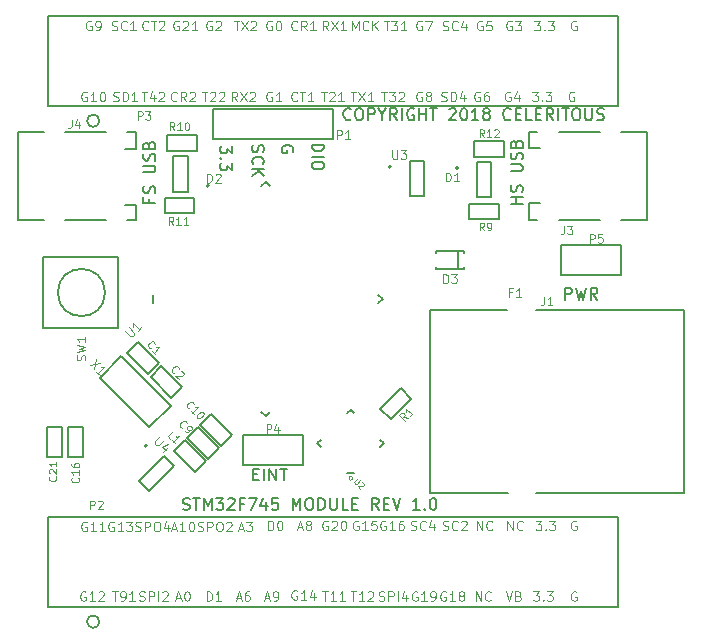
<source format=gto>
G04 #@! TF.FileFunction,Legend,Top*
%FSLAX46Y46*%
G04 Gerber Fmt 4.6, Leading zero omitted, Abs format (unit mm)*
G04 Created by KiCad (PCBNEW 4.0.7) date 01/23/18 17:02:15*
%MOMM*%
%LPD*%
G01*
G04 APERTURE LIST*
%ADD10C,0.100000*%
%ADD11C,0.120000*%
%ADD12C,0.150000*%
%ADD13C,0.200000*%
%ADD14C,0.127000*%
%ADD15C,0.097500*%
%ADD16C,0.075000*%
G04 APERTURE END LIST*
D10*
D11*
X37171429Y6438095D02*
X37171429Y7238095D01*
X37628572Y6438095D01*
X37628572Y7238095D01*
X38466667Y6514286D02*
X38428572Y6476190D01*
X38314286Y6438095D01*
X38238096Y6438095D01*
X38123810Y6476190D01*
X38047619Y6552381D01*
X38009524Y6628571D01*
X37971429Y6780952D01*
X37971429Y6895238D01*
X38009524Y7047619D01*
X38047619Y7123810D01*
X38123810Y7200000D01*
X38238096Y7238095D01*
X38314286Y7238095D01*
X38428572Y7200000D01*
X38466667Y7161905D01*
X4047619Y1200000D02*
X3971428Y1238095D01*
X3857143Y1238095D01*
X3742857Y1200000D01*
X3666666Y1123810D01*
X3628571Y1047619D01*
X3590476Y895238D01*
X3590476Y780952D01*
X3628571Y628571D01*
X3666666Y552381D01*
X3742857Y476190D01*
X3857143Y438095D01*
X3933333Y438095D01*
X4047619Y476190D01*
X4085714Y514286D01*
X4085714Y780952D01*
X3933333Y780952D01*
X4847619Y438095D02*
X4390476Y438095D01*
X4619047Y438095D02*
X4619047Y1238095D01*
X4542857Y1123810D01*
X4466666Y1047619D01*
X4390476Y1009524D01*
X5152381Y1161905D02*
X5190476Y1200000D01*
X5266667Y1238095D01*
X5457143Y1238095D01*
X5533333Y1200000D01*
X5571429Y1161905D01*
X5609524Y1085714D01*
X5609524Y1009524D01*
X5571429Y895238D01*
X5114286Y438095D01*
X5609524Y438095D01*
X6309523Y1238095D02*
X6766666Y1238095D01*
X6538095Y438095D02*
X6538095Y1238095D01*
X7071428Y438095D02*
X7223809Y438095D01*
X7300000Y476190D01*
X7338095Y514286D01*
X7414286Y628571D01*
X7452381Y780952D01*
X7452381Y1085714D01*
X7414286Y1161905D01*
X7376190Y1200000D01*
X7300000Y1238095D01*
X7147619Y1238095D01*
X7071428Y1200000D01*
X7033333Y1161905D01*
X6995238Y1085714D01*
X6995238Y895238D01*
X7033333Y819048D01*
X7071428Y780952D01*
X7147619Y742857D01*
X7300000Y742857D01*
X7376190Y780952D01*
X7414286Y819048D01*
X7452381Y895238D01*
X8214286Y438095D02*
X7757143Y438095D01*
X7985714Y438095D02*
X7985714Y1238095D01*
X7909524Y1123810D01*
X7833333Y1047619D01*
X7757143Y1009524D01*
X8600000Y476190D02*
X8714286Y438095D01*
X8904762Y438095D01*
X8980952Y476190D01*
X9019048Y514286D01*
X9057143Y590476D01*
X9057143Y666667D01*
X9019048Y742857D01*
X8980952Y780952D01*
X8904762Y819048D01*
X8752381Y857143D01*
X8676190Y895238D01*
X8638095Y933333D01*
X8600000Y1009524D01*
X8600000Y1085714D01*
X8638095Y1161905D01*
X8676190Y1200000D01*
X8752381Y1238095D01*
X8942857Y1238095D01*
X9057143Y1200000D01*
X9400000Y438095D02*
X9400000Y1238095D01*
X9704762Y1238095D01*
X9780953Y1200000D01*
X9819048Y1161905D01*
X9857143Y1085714D01*
X9857143Y971429D01*
X9819048Y895238D01*
X9780953Y857143D01*
X9704762Y819048D01*
X9400000Y819048D01*
X10200000Y438095D02*
X10200000Y1238095D01*
X10542857Y1161905D02*
X10580952Y1200000D01*
X10657143Y1238095D01*
X10847619Y1238095D01*
X10923809Y1200000D01*
X10961905Y1161905D01*
X11000000Y1085714D01*
X11000000Y1009524D01*
X10961905Y895238D01*
X10504762Y438095D01*
X11000000Y438095D01*
X11728572Y666667D02*
X12109524Y666667D01*
X11652381Y438095D02*
X11919048Y1238095D01*
X12185715Y438095D01*
X12604762Y1238095D02*
X12680953Y1238095D01*
X12757143Y1200000D01*
X12795238Y1161905D01*
X12833334Y1085714D01*
X12871429Y933333D01*
X12871429Y742857D01*
X12833334Y590476D01*
X12795238Y514286D01*
X12757143Y476190D01*
X12680953Y438095D01*
X12604762Y438095D01*
X12528572Y476190D01*
X12490476Y514286D01*
X12452381Y590476D01*
X12414286Y742857D01*
X12414286Y933333D01*
X12452381Y1085714D01*
X12490476Y1161905D01*
X12528572Y1200000D01*
X12604762Y1238095D01*
X14309524Y438095D02*
X14309524Y1238095D01*
X14500000Y1238095D01*
X14614286Y1200000D01*
X14690477Y1123810D01*
X14728572Y1047619D01*
X14766667Y895238D01*
X14766667Y780952D01*
X14728572Y628571D01*
X14690477Y552381D01*
X14614286Y476190D01*
X14500000Y438095D01*
X14309524Y438095D01*
X15528572Y438095D02*
X15071429Y438095D01*
X15300000Y438095D02*
X15300000Y1238095D01*
X15223810Y1123810D01*
X15147619Y1047619D01*
X15071429Y1009524D01*
X16828572Y666667D02*
X17209524Y666667D01*
X16752381Y438095D02*
X17019048Y1238095D01*
X17285715Y438095D01*
X17895238Y1238095D02*
X17742857Y1238095D01*
X17666667Y1200000D01*
X17628572Y1161905D01*
X17552381Y1047619D01*
X17514286Y895238D01*
X17514286Y590476D01*
X17552381Y514286D01*
X17590476Y476190D01*
X17666667Y438095D01*
X17819048Y438095D01*
X17895238Y476190D01*
X17933334Y514286D01*
X17971429Y590476D01*
X17971429Y780952D01*
X17933334Y857143D01*
X17895238Y895238D01*
X17819048Y933333D01*
X17666667Y933333D01*
X17590476Y895238D01*
X17552381Y857143D01*
X17514286Y780952D01*
X19228572Y666667D02*
X19609524Y666667D01*
X19152381Y438095D02*
X19419048Y1238095D01*
X19685715Y438095D01*
X19990476Y438095D02*
X20142857Y438095D01*
X20219048Y476190D01*
X20257143Y514286D01*
X20333334Y628571D01*
X20371429Y780952D01*
X20371429Y1085714D01*
X20333334Y1161905D01*
X20295238Y1200000D01*
X20219048Y1238095D01*
X20066667Y1238095D01*
X19990476Y1200000D01*
X19952381Y1161905D01*
X19914286Y1085714D01*
X19914286Y895238D01*
X19952381Y819048D01*
X19990476Y780952D01*
X20066667Y742857D01*
X20219048Y742857D01*
X20295238Y780952D01*
X20333334Y819048D01*
X20371429Y895238D01*
X21947619Y1300000D02*
X21871428Y1338095D01*
X21757143Y1338095D01*
X21642857Y1300000D01*
X21566666Y1223810D01*
X21528571Y1147619D01*
X21490476Y995238D01*
X21490476Y880952D01*
X21528571Y728571D01*
X21566666Y652381D01*
X21642857Y576190D01*
X21757143Y538095D01*
X21833333Y538095D01*
X21947619Y576190D01*
X21985714Y614286D01*
X21985714Y880952D01*
X21833333Y880952D01*
X22747619Y538095D02*
X22290476Y538095D01*
X22519047Y538095D02*
X22519047Y1338095D01*
X22442857Y1223810D01*
X22366666Y1147619D01*
X22290476Y1109524D01*
X23433333Y1071429D02*
X23433333Y538095D01*
X23242857Y1376190D02*
X23052381Y804762D01*
X23547619Y804762D01*
X24109523Y1238095D02*
X24566666Y1238095D01*
X24338095Y438095D02*
X24338095Y1238095D01*
X25252381Y438095D02*
X24795238Y438095D01*
X25023809Y438095D02*
X25023809Y1238095D01*
X24947619Y1123810D01*
X24871428Y1047619D01*
X24795238Y1009524D01*
X26014286Y438095D02*
X25557143Y438095D01*
X25785714Y438095D02*
X25785714Y1238095D01*
X25709524Y1123810D01*
X25633333Y1047619D01*
X25557143Y1009524D01*
X26509523Y1238095D02*
X26966666Y1238095D01*
X26738095Y438095D02*
X26738095Y1238095D01*
X27652381Y438095D02*
X27195238Y438095D01*
X27423809Y438095D02*
X27423809Y1238095D01*
X27347619Y1123810D01*
X27271428Y1047619D01*
X27195238Y1009524D01*
X27957143Y1161905D02*
X27995238Y1200000D01*
X28071429Y1238095D01*
X28261905Y1238095D01*
X28338095Y1200000D01*
X28376191Y1161905D01*
X28414286Y1085714D01*
X28414286Y1009524D01*
X28376191Y895238D01*
X27919048Y438095D01*
X28414286Y438095D01*
X28900000Y476190D02*
X29014286Y438095D01*
X29204762Y438095D01*
X29280952Y476190D01*
X29319048Y514286D01*
X29357143Y590476D01*
X29357143Y666667D01*
X29319048Y742857D01*
X29280952Y780952D01*
X29204762Y819048D01*
X29052381Y857143D01*
X28976190Y895238D01*
X28938095Y933333D01*
X28900000Y1009524D01*
X28900000Y1085714D01*
X28938095Y1161905D01*
X28976190Y1200000D01*
X29052381Y1238095D01*
X29242857Y1238095D01*
X29357143Y1200000D01*
X29700000Y438095D02*
X29700000Y1238095D01*
X30004762Y1238095D01*
X30080953Y1200000D01*
X30119048Y1161905D01*
X30157143Y1085714D01*
X30157143Y971429D01*
X30119048Y895238D01*
X30080953Y857143D01*
X30004762Y819048D01*
X29700000Y819048D01*
X30500000Y438095D02*
X30500000Y1238095D01*
X31223809Y971429D02*
X31223809Y438095D01*
X31033333Y1276190D02*
X30842857Y704762D01*
X31338095Y704762D01*
X32147619Y1200000D02*
X32071428Y1238095D01*
X31957143Y1238095D01*
X31842857Y1200000D01*
X31766666Y1123810D01*
X31728571Y1047619D01*
X31690476Y895238D01*
X31690476Y780952D01*
X31728571Y628571D01*
X31766666Y552381D01*
X31842857Y476190D01*
X31957143Y438095D01*
X32033333Y438095D01*
X32147619Y476190D01*
X32185714Y514286D01*
X32185714Y780952D01*
X32033333Y780952D01*
X32947619Y438095D02*
X32490476Y438095D01*
X32719047Y438095D02*
X32719047Y1238095D01*
X32642857Y1123810D01*
X32566666Y1047619D01*
X32490476Y1009524D01*
X33328571Y438095D02*
X33480952Y438095D01*
X33557143Y476190D01*
X33595238Y514286D01*
X33671429Y628571D01*
X33709524Y780952D01*
X33709524Y1085714D01*
X33671429Y1161905D01*
X33633333Y1200000D01*
X33557143Y1238095D01*
X33404762Y1238095D01*
X33328571Y1200000D01*
X33290476Y1161905D01*
X33252381Y1085714D01*
X33252381Y895238D01*
X33290476Y819048D01*
X33328571Y780952D01*
X33404762Y742857D01*
X33557143Y742857D01*
X33633333Y780952D01*
X33671429Y819048D01*
X33709524Y895238D01*
X37071429Y438095D02*
X37071429Y1238095D01*
X37528572Y438095D01*
X37528572Y1238095D01*
X38366667Y514286D02*
X38328572Y476190D01*
X38214286Y438095D01*
X38138096Y438095D01*
X38023810Y476190D01*
X37947619Y552381D01*
X37909524Y628571D01*
X37871429Y780952D01*
X37871429Y895238D01*
X37909524Y1047619D01*
X37947619Y1123810D01*
X38023810Y1200000D01*
X38138096Y1238095D01*
X38214286Y1238095D01*
X38328572Y1200000D01*
X38366667Y1161905D01*
X39633333Y1238095D02*
X39900000Y438095D01*
X40166667Y1238095D01*
X40700000Y857143D02*
X40814286Y819048D01*
X40852381Y780952D01*
X40890476Y704762D01*
X40890476Y590476D01*
X40852381Y514286D01*
X40814286Y476190D01*
X40738095Y438095D01*
X40433333Y438095D01*
X40433333Y1238095D01*
X40700000Y1238095D01*
X40776190Y1200000D01*
X40814286Y1161905D01*
X40852381Y1085714D01*
X40852381Y1009524D01*
X40814286Y933333D01*
X40776190Y895238D01*
X40700000Y857143D01*
X40433333Y857143D01*
X41961905Y1238095D02*
X42457143Y1238095D01*
X42190476Y933333D01*
X42304762Y933333D01*
X42380952Y895238D01*
X42419048Y857143D01*
X42457143Y780952D01*
X42457143Y590476D01*
X42419048Y514286D01*
X42380952Y476190D01*
X42304762Y438095D01*
X42076190Y438095D01*
X42000000Y476190D01*
X41961905Y514286D01*
X42800000Y514286D02*
X42838095Y476190D01*
X42800000Y438095D01*
X42761905Y476190D01*
X42800000Y514286D01*
X42800000Y438095D01*
X43104762Y1238095D02*
X43600000Y1238095D01*
X43333333Y933333D01*
X43447619Y933333D01*
X43523809Y895238D01*
X43561905Y857143D01*
X43600000Y780952D01*
X43600000Y590476D01*
X43561905Y514286D01*
X43523809Y476190D01*
X43447619Y438095D01*
X43219047Y438095D01*
X43142857Y476190D01*
X43104762Y514286D01*
X45609524Y1200000D02*
X45533333Y1238095D01*
X45419048Y1238095D01*
X45304762Y1200000D01*
X45228571Y1123810D01*
X45190476Y1047619D01*
X45152381Y895238D01*
X45152381Y780952D01*
X45190476Y628571D01*
X45228571Y552381D01*
X45304762Y476190D01*
X45419048Y438095D01*
X45495238Y438095D01*
X45609524Y476190D01*
X45647619Y514286D01*
X45647619Y780952D01*
X45495238Y780952D01*
X39771429Y6438095D02*
X39771429Y7238095D01*
X40228572Y6438095D01*
X40228572Y7238095D01*
X41066667Y6514286D02*
X41028572Y6476190D01*
X40914286Y6438095D01*
X40838096Y6438095D01*
X40723810Y6476190D01*
X40647619Y6552381D01*
X40609524Y6628571D01*
X40571429Y6780952D01*
X40571429Y6895238D01*
X40609524Y7047619D01*
X40647619Y7123810D01*
X40723810Y7200000D01*
X40838096Y7238095D01*
X40914286Y7238095D01*
X41028572Y7200000D01*
X41066667Y7161905D01*
X4147619Y7100000D02*
X4071428Y7138095D01*
X3957143Y7138095D01*
X3842857Y7100000D01*
X3766666Y7023810D01*
X3728571Y6947619D01*
X3690476Y6795238D01*
X3690476Y6680952D01*
X3728571Y6528571D01*
X3766666Y6452381D01*
X3842857Y6376190D01*
X3957143Y6338095D01*
X4033333Y6338095D01*
X4147619Y6376190D01*
X4185714Y6414286D01*
X4185714Y6680952D01*
X4033333Y6680952D01*
X4947619Y6338095D02*
X4490476Y6338095D01*
X4719047Y6338095D02*
X4719047Y7138095D01*
X4642857Y7023810D01*
X4566666Y6947619D01*
X4490476Y6909524D01*
X5709524Y6338095D02*
X5252381Y6338095D01*
X5480952Y6338095D02*
X5480952Y7138095D01*
X5404762Y7023810D01*
X5328571Y6947619D01*
X5252381Y6909524D01*
X6447619Y7100000D02*
X6371428Y7138095D01*
X6257143Y7138095D01*
X6142857Y7100000D01*
X6066666Y7023810D01*
X6028571Y6947619D01*
X5990476Y6795238D01*
X5990476Y6680952D01*
X6028571Y6528571D01*
X6066666Y6452381D01*
X6142857Y6376190D01*
X6257143Y6338095D01*
X6333333Y6338095D01*
X6447619Y6376190D01*
X6485714Y6414286D01*
X6485714Y6680952D01*
X6333333Y6680952D01*
X7247619Y6338095D02*
X6790476Y6338095D01*
X7019047Y6338095D02*
X7019047Y7138095D01*
X6942857Y7023810D01*
X6866666Y6947619D01*
X6790476Y6909524D01*
X7514286Y7138095D02*
X8009524Y7138095D01*
X7742857Y6833333D01*
X7857143Y6833333D01*
X7933333Y6795238D01*
X7971429Y6757143D01*
X8009524Y6680952D01*
X8009524Y6490476D01*
X7971429Y6414286D01*
X7933333Y6376190D01*
X7857143Y6338095D01*
X7628571Y6338095D01*
X7552381Y6376190D01*
X7514286Y6414286D01*
X8271429Y6376190D02*
X8385715Y6338095D01*
X8576191Y6338095D01*
X8652381Y6376190D01*
X8690477Y6414286D01*
X8728572Y6490476D01*
X8728572Y6566667D01*
X8690477Y6642857D01*
X8652381Y6680952D01*
X8576191Y6719048D01*
X8423810Y6757143D01*
X8347619Y6795238D01*
X8309524Y6833333D01*
X8271429Y6909524D01*
X8271429Y6985714D01*
X8309524Y7061905D01*
X8347619Y7100000D01*
X8423810Y7138095D01*
X8614286Y7138095D01*
X8728572Y7100000D01*
X9071429Y6338095D02*
X9071429Y7138095D01*
X9376191Y7138095D01*
X9452382Y7100000D01*
X9490477Y7061905D01*
X9528572Y6985714D01*
X9528572Y6871429D01*
X9490477Y6795238D01*
X9452382Y6757143D01*
X9376191Y6719048D01*
X9071429Y6719048D01*
X10023810Y7138095D02*
X10176191Y7138095D01*
X10252382Y7100000D01*
X10328572Y7023810D01*
X10366667Y6871429D01*
X10366667Y6604762D01*
X10328572Y6452381D01*
X10252382Y6376190D01*
X10176191Y6338095D01*
X10023810Y6338095D01*
X9947620Y6376190D01*
X9871429Y6452381D01*
X9833334Y6604762D01*
X9833334Y6871429D01*
X9871429Y7023810D01*
X9947620Y7100000D01*
X10023810Y7138095D01*
X11052381Y6871429D02*
X11052381Y6338095D01*
X10861905Y7176190D02*
X10671429Y6604762D01*
X11166667Y6604762D01*
X11347619Y6566667D02*
X11728571Y6566667D01*
X11271428Y6338095D02*
X11538095Y7138095D01*
X11804762Y6338095D01*
X12490476Y6338095D02*
X12033333Y6338095D01*
X12261904Y6338095D02*
X12261904Y7138095D01*
X12185714Y7023810D01*
X12109523Y6947619D01*
X12033333Y6909524D01*
X12985714Y7138095D02*
X13061905Y7138095D01*
X13138095Y7100000D01*
X13176190Y7061905D01*
X13214286Y6985714D01*
X13252381Y6833333D01*
X13252381Y6642857D01*
X13214286Y6490476D01*
X13176190Y6414286D01*
X13138095Y6376190D01*
X13061905Y6338095D01*
X12985714Y6338095D01*
X12909524Y6376190D01*
X12871428Y6414286D01*
X12833333Y6490476D01*
X12795238Y6642857D01*
X12795238Y6833333D01*
X12833333Y6985714D01*
X12871428Y7061905D01*
X12909524Y7100000D01*
X12985714Y7138095D01*
X13571429Y6376190D02*
X13685715Y6338095D01*
X13876191Y6338095D01*
X13952381Y6376190D01*
X13990477Y6414286D01*
X14028572Y6490476D01*
X14028572Y6566667D01*
X13990477Y6642857D01*
X13952381Y6680952D01*
X13876191Y6719048D01*
X13723810Y6757143D01*
X13647619Y6795238D01*
X13609524Y6833333D01*
X13571429Y6909524D01*
X13571429Y6985714D01*
X13609524Y7061905D01*
X13647619Y7100000D01*
X13723810Y7138095D01*
X13914286Y7138095D01*
X14028572Y7100000D01*
X14371429Y6338095D02*
X14371429Y7138095D01*
X14676191Y7138095D01*
X14752382Y7100000D01*
X14790477Y7061905D01*
X14828572Y6985714D01*
X14828572Y6871429D01*
X14790477Y6795238D01*
X14752382Y6757143D01*
X14676191Y6719048D01*
X14371429Y6719048D01*
X15323810Y7138095D02*
X15476191Y7138095D01*
X15552382Y7100000D01*
X15628572Y7023810D01*
X15666667Y6871429D01*
X15666667Y6604762D01*
X15628572Y6452381D01*
X15552382Y6376190D01*
X15476191Y6338095D01*
X15323810Y6338095D01*
X15247620Y6376190D01*
X15171429Y6452381D01*
X15133334Y6604762D01*
X15133334Y6871429D01*
X15171429Y7023810D01*
X15247620Y7100000D01*
X15323810Y7138095D01*
X15971429Y7061905D02*
X16009524Y7100000D01*
X16085715Y7138095D01*
X16276191Y7138095D01*
X16352381Y7100000D01*
X16390477Y7061905D01*
X16428572Y6985714D01*
X16428572Y6909524D01*
X16390477Y6795238D01*
X15933334Y6338095D01*
X16428572Y6338095D01*
X17028572Y6566667D02*
X17409524Y6566667D01*
X16952381Y6338095D02*
X17219048Y7138095D01*
X17485715Y6338095D01*
X17676191Y7138095D02*
X18171429Y7138095D01*
X17904762Y6833333D01*
X18019048Y6833333D01*
X18095238Y6795238D01*
X18133334Y6757143D01*
X18171429Y6680952D01*
X18171429Y6490476D01*
X18133334Y6414286D01*
X18095238Y6376190D01*
X18019048Y6338095D01*
X17790476Y6338095D01*
X17714286Y6376190D01*
X17676191Y6414286D01*
X19509524Y6438095D02*
X19509524Y7238095D01*
X19700000Y7238095D01*
X19814286Y7200000D01*
X19890477Y7123810D01*
X19928572Y7047619D01*
X19966667Y6895238D01*
X19966667Y6780952D01*
X19928572Y6628571D01*
X19890477Y6552381D01*
X19814286Y6476190D01*
X19700000Y6438095D01*
X19509524Y6438095D01*
X20461905Y7238095D02*
X20538096Y7238095D01*
X20614286Y7200000D01*
X20652381Y7161905D01*
X20690477Y7085714D01*
X20728572Y6933333D01*
X20728572Y6742857D01*
X20690477Y6590476D01*
X20652381Y6514286D01*
X20614286Y6476190D01*
X20538096Y6438095D01*
X20461905Y6438095D01*
X20385715Y6476190D01*
X20347619Y6514286D01*
X20309524Y6590476D01*
X20271429Y6742857D01*
X20271429Y6933333D01*
X20309524Y7085714D01*
X20347619Y7161905D01*
X20385715Y7200000D01*
X20461905Y7238095D01*
X22028572Y6666667D02*
X22409524Y6666667D01*
X21952381Y6438095D02*
X22219048Y7238095D01*
X22485715Y6438095D01*
X22866667Y6895238D02*
X22790476Y6933333D01*
X22752381Y6971429D01*
X22714286Y7047619D01*
X22714286Y7085714D01*
X22752381Y7161905D01*
X22790476Y7200000D01*
X22866667Y7238095D01*
X23019048Y7238095D01*
X23095238Y7200000D01*
X23133334Y7161905D01*
X23171429Y7085714D01*
X23171429Y7047619D01*
X23133334Y6971429D01*
X23095238Y6933333D01*
X23019048Y6895238D01*
X22866667Y6895238D01*
X22790476Y6857143D01*
X22752381Y6819048D01*
X22714286Y6742857D01*
X22714286Y6590476D01*
X22752381Y6514286D01*
X22790476Y6476190D01*
X22866667Y6438095D01*
X23019048Y6438095D01*
X23095238Y6476190D01*
X23133334Y6514286D01*
X23171429Y6590476D01*
X23171429Y6742857D01*
X23133334Y6819048D01*
X23095238Y6857143D01*
X23019048Y6895238D01*
X24547619Y7200000D02*
X24471428Y7238095D01*
X24357143Y7238095D01*
X24242857Y7200000D01*
X24166666Y7123810D01*
X24128571Y7047619D01*
X24090476Y6895238D01*
X24090476Y6780952D01*
X24128571Y6628571D01*
X24166666Y6552381D01*
X24242857Y6476190D01*
X24357143Y6438095D01*
X24433333Y6438095D01*
X24547619Y6476190D01*
X24585714Y6514286D01*
X24585714Y6780952D01*
X24433333Y6780952D01*
X24890476Y7161905D02*
X24928571Y7200000D01*
X25004762Y7238095D01*
X25195238Y7238095D01*
X25271428Y7200000D01*
X25309524Y7161905D01*
X25347619Y7085714D01*
X25347619Y7009524D01*
X25309524Y6895238D01*
X24852381Y6438095D01*
X25347619Y6438095D01*
X25842857Y7238095D02*
X25919048Y7238095D01*
X25995238Y7200000D01*
X26033333Y7161905D01*
X26071429Y7085714D01*
X26109524Y6933333D01*
X26109524Y6742857D01*
X26071429Y6590476D01*
X26033333Y6514286D01*
X25995238Y6476190D01*
X25919048Y6438095D01*
X25842857Y6438095D01*
X25766667Y6476190D01*
X25728571Y6514286D01*
X25690476Y6590476D01*
X25652381Y6742857D01*
X25652381Y6933333D01*
X25690476Y7085714D01*
X25728571Y7161905D01*
X25766667Y7200000D01*
X25842857Y7238095D01*
X27147619Y7200000D02*
X27071428Y7238095D01*
X26957143Y7238095D01*
X26842857Y7200000D01*
X26766666Y7123810D01*
X26728571Y7047619D01*
X26690476Y6895238D01*
X26690476Y6780952D01*
X26728571Y6628571D01*
X26766666Y6552381D01*
X26842857Y6476190D01*
X26957143Y6438095D01*
X27033333Y6438095D01*
X27147619Y6476190D01*
X27185714Y6514286D01*
X27185714Y6780952D01*
X27033333Y6780952D01*
X27947619Y6438095D02*
X27490476Y6438095D01*
X27719047Y6438095D02*
X27719047Y7238095D01*
X27642857Y7123810D01*
X27566666Y7047619D01*
X27490476Y7009524D01*
X28671429Y7238095D02*
X28290476Y7238095D01*
X28252381Y6857143D01*
X28290476Y6895238D01*
X28366667Y6933333D01*
X28557143Y6933333D01*
X28633333Y6895238D01*
X28671429Y6857143D01*
X28709524Y6780952D01*
X28709524Y6590476D01*
X28671429Y6514286D01*
X28633333Y6476190D01*
X28557143Y6438095D01*
X28366667Y6438095D01*
X28290476Y6476190D01*
X28252381Y6514286D01*
X29447619Y7200000D02*
X29371428Y7238095D01*
X29257143Y7238095D01*
X29142857Y7200000D01*
X29066666Y7123810D01*
X29028571Y7047619D01*
X28990476Y6895238D01*
X28990476Y6780952D01*
X29028571Y6628571D01*
X29066666Y6552381D01*
X29142857Y6476190D01*
X29257143Y6438095D01*
X29333333Y6438095D01*
X29447619Y6476190D01*
X29485714Y6514286D01*
X29485714Y6780952D01*
X29333333Y6780952D01*
X30247619Y6438095D02*
X29790476Y6438095D01*
X30019047Y6438095D02*
X30019047Y7238095D01*
X29942857Y7123810D01*
X29866666Y7047619D01*
X29790476Y7009524D01*
X30933333Y7238095D02*
X30780952Y7238095D01*
X30704762Y7200000D01*
X30666667Y7161905D01*
X30590476Y7047619D01*
X30552381Y6895238D01*
X30552381Y6590476D01*
X30590476Y6514286D01*
X30628571Y6476190D01*
X30704762Y6438095D01*
X30857143Y6438095D01*
X30933333Y6476190D01*
X30971429Y6514286D01*
X31009524Y6590476D01*
X31009524Y6780952D01*
X30971429Y6857143D01*
X30933333Y6895238D01*
X30857143Y6933333D01*
X30704762Y6933333D01*
X30628571Y6895238D01*
X30590476Y6857143D01*
X30552381Y6780952D01*
X31590476Y6476190D02*
X31704762Y6438095D01*
X31895238Y6438095D01*
X31971428Y6476190D01*
X32009524Y6514286D01*
X32047619Y6590476D01*
X32047619Y6666667D01*
X32009524Y6742857D01*
X31971428Y6780952D01*
X31895238Y6819048D01*
X31742857Y6857143D01*
X31666666Y6895238D01*
X31628571Y6933333D01*
X31590476Y7009524D01*
X31590476Y7085714D01*
X31628571Y7161905D01*
X31666666Y7200000D01*
X31742857Y7238095D01*
X31933333Y7238095D01*
X32047619Y7200000D01*
X32847619Y6514286D02*
X32809524Y6476190D01*
X32695238Y6438095D01*
X32619048Y6438095D01*
X32504762Y6476190D01*
X32428571Y6552381D01*
X32390476Y6628571D01*
X32352381Y6780952D01*
X32352381Y6895238D01*
X32390476Y7047619D01*
X32428571Y7123810D01*
X32504762Y7200000D01*
X32619048Y7238095D01*
X32695238Y7238095D01*
X32809524Y7200000D01*
X32847619Y7161905D01*
X33533333Y6971429D02*
X33533333Y6438095D01*
X33342857Y7276190D02*
X33152381Y6704762D01*
X33647619Y6704762D01*
X34547619Y1200000D02*
X34471428Y1238095D01*
X34357143Y1238095D01*
X34242857Y1200000D01*
X34166666Y1123810D01*
X34128571Y1047619D01*
X34090476Y895238D01*
X34090476Y780952D01*
X34128571Y628571D01*
X34166666Y552381D01*
X34242857Y476190D01*
X34357143Y438095D01*
X34433333Y438095D01*
X34547619Y476190D01*
X34585714Y514286D01*
X34585714Y780952D01*
X34433333Y780952D01*
X35347619Y438095D02*
X34890476Y438095D01*
X35119047Y438095D02*
X35119047Y1238095D01*
X35042857Y1123810D01*
X34966666Y1047619D01*
X34890476Y1009524D01*
X35804762Y895238D02*
X35728571Y933333D01*
X35690476Y971429D01*
X35652381Y1047619D01*
X35652381Y1085714D01*
X35690476Y1161905D01*
X35728571Y1200000D01*
X35804762Y1238095D01*
X35957143Y1238095D01*
X36033333Y1200000D01*
X36071429Y1161905D01*
X36109524Y1085714D01*
X36109524Y1047619D01*
X36071429Y971429D01*
X36033333Y933333D01*
X35957143Y895238D01*
X35804762Y895238D01*
X35728571Y857143D01*
X35690476Y819048D01*
X35652381Y742857D01*
X35652381Y590476D01*
X35690476Y514286D01*
X35728571Y476190D01*
X35804762Y438095D01*
X35957143Y438095D01*
X36033333Y476190D01*
X36071429Y514286D01*
X36109524Y590476D01*
X36109524Y742857D01*
X36071429Y819048D01*
X36033333Y857143D01*
X35957143Y895238D01*
X34290476Y6476190D02*
X34404762Y6438095D01*
X34595238Y6438095D01*
X34671428Y6476190D01*
X34709524Y6514286D01*
X34747619Y6590476D01*
X34747619Y6666667D01*
X34709524Y6742857D01*
X34671428Y6780952D01*
X34595238Y6819048D01*
X34442857Y6857143D01*
X34366666Y6895238D01*
X34328571Y6933333D01*
X34290476Y7009524D01*
X34290476Y7085714D01*
X34328571Y7161905D01*
X34366666Y7200000D01*
X34442857Y7238095D01*
X34633333Y7238095D01*
X34747619Y7200000D01*
X35547619Y6514286D02*
X35509524Y6476190D01*
X35395238Y6438095D01*
X35319048Y6438095D01*
X35204762Y6476190D01*
X35128571Y6552381D01*
X35090476Y6628571D01*
X35052381Y6780952D01*
X35052381Y6895238D01*
X35090476Y7047619D01*
X35128571Y7123810D01*
X35204762Y7200000D01*
X35319048Y7238095D01*
X35395238Y7238095D01*
X35509524Y7200000D01*
X35547619Y7161905D01*
X35852381Y7161905D02*
X35890476Y7200000D01*
X35966667Y7238095D01*
X36157143Y7238095D01*
X36233333Y7200000D01*
X36271429Y7161905D01*
X36309524Y7085714D01*
X36309524Y7009524D01*
X36271429Y6895238D01*
X35814286Y6438095D01*
X36309524Y6438095D01*
X42161905Y7238095D02*
X42657143Y7238095D01*
X42390476Y6933333D01*
X42504762Y6933333D01*
X42580952Y6895238D01*
X42619048Y6857143D01*
X42657143Y6780952D01*
X42657143Y6590476D01*
X42619048Y6514286D01*
X42580952Y6476190D01*
X42504762Y6438095D01*
X42276190Y6438095D01*
X42200000Y6476190D01*
X42161905Y6514286D01*
X43000000Y6514286D02*
X43038095Y6476190D01*
X43000000Y6438095D01*
X42961905Y6476190D01*
X43000000Y6514286D01*
X43000000Y6438095D01*
X43304762Y7238095D02*
X43800000Y7238095D01*
X43533333Y6933333D01*
X43647619Y6933333D01*
X43723809Y6895238D01*
X43761905Y6857143D01*
X43800000Y6780952D01*
X43800000Y6590476D01*
X43761905Y6514286D01*
X43723809Y6476190D01*
X43647619Y6438095D01*
X43419047Y6438095D01*
X43342857Y6476190D01*
X43304762Y6514286D01*
X45609524Y7200000D02*
X45533333Y7238095D01*
X45419048Y7238095D01*
X45304762Y7200000D01*
X45228571Y7123810D01*
X45190476Y7047619D01*
X45152381Y6895238D01*
X45152381Y6780952D01*
X45190476Y6628571D01*
X45228571Y6552381D01*
X45304762Y6476190D01*
X45419048Y6438095D01*
X45495238Y6438095D01*
X45609524Y6476190D01*
X45647619Y6514286D01*
X45647619Y6780952D01*
X45495238Y6780952D01*
X4528572Y49500000D02*
X4452381Y49538095D01*
X4338096Y49538095D01*
X4223810Y49500000D01*
X4147619Y49423810D01*
X4109524Y49347619D01*
X4071429Y49195238D01*
X4071429Y49080952D01*
X4109524Y48928571D01*
X4147619Y48852381D01*
X4223810Y48776190D01*
X4338096Y48738095D01*
X4414286Y48738095D01*
X4528572Y48776190D01*
X4566667Y48814286D01*
X4566667Y49080952D01*
X4414286Y49080952D01*
X4947619Y48738095D02*
X5100000Y48738095D01*
X5176191Y48776190D01*
X5214286Y48814286D01*
X5290477Y48928571D01*
X5328572Y49080952D01*
X5328572Y49385714D01*
X5290477Y49461905D01*
X5252381Y49500000D01*
X5176191Y49538095D01*
X5023810Y49538095D01*
X4947619Y49500000D01*
X4909524Y49461905D01*
X4871429Y49385714D01*
X4871429Y49195238D01*
X4909524Y49119048D01*
X4947619Y49080952D01*
X5023810Y49042857D01*
X5176191Y49042857D01*
X5252381Y49080952D01*
X5290477Y49119048D01*
X5328572Y49195238D01*
X6290476Y48776190D02*
X6404762Y48738095D01*
X6595238Y48738095D01*
X6671428Y48776190D01*
X6709524Y48814286D01*
X6747619Y48890476D01*
X6747619Y48966667D01*
X6709524Y49042857D01*
X6671428Y49080952D01*
X6595238Y49119048D01*
X6442857Y49157143D01*
X6366666Y49195238D01*
X6328571Y49233333D01*
X6290476Y49309524D01*
X6290476Y49385714D01*
X6328571Y49461905D01*
X6366666Y49500000D01*
X6442857Y49538095D01*
X6633333Y49538095D01*
X6747619Y49500000D01*
X7547619Y48814286D02*
X7509524Y48776190D01*
X7395238Y48738095D01*
X7319048Y48738095D01*
X7204762Y48776190D01*
X7128571Y48852381D01*
X7090476Y48928571D01*
X7052381Y49080952D01*
X7052381Y49195238D01*
X7090476Y49347619D01*
X7128571Y49423810D01*
X7204762Y49500000D01*
X7319048Y49538095D01*
X7395238Y49538095D01*
X7509524Y49500000D01*
X7547619Y49461905D01*
X8309524Y48738095D02*
X7852381Y48738095D01*
X8080952Y48738095D02*
X8080952Y49538095D01*
X8004762Y49423810D01*
X7928571Y49347619D01*
X7852381Y49309524D01*
X9361905Y48814286D02*
X9323810Y48776190D01*
X9209524Y48738095D01*
X9133334Y48738095D01*
X9019048Y48776190D01*
X8942857Y48852381D01*
X8904762Y48928571D01*
X8866667Y49080952D01*
X8866667Y49195238D01*
X8904762Y49347619D01*
X8942857Y49423810D01*
X9019048Y49500000D01*
X9133334Y49538095D01*
X9209524Y49538095D01*
X9323810Y49500000D01*
X9361905Y49461905D01*
X9590476Y49538095D02*
X10047619Y49538095D01*
X9819048Y48738095D02*
X9819048Y49538095D01*
X10276191Y49461905D02*
X10314286Y49500000D01*
X10390477Y49538095D01*
X10580953Y49538095D01*
X10657143Y49500000D01*
X10695239Y49461905D01*
X10733334Y49385714D01*
X10733334Y49309524D01*
X10695239Y49195238D01*
X10238096Y48738095D01*
X10733334Y48738095D01*
X11947619Y49500000D02*
X11871428Y49538095D01*
X11757143Y49538095D01*
X11642857Y49500000D01*
X11566666Y49423810D01*
X11528571Y49347619D01*
X11490476Y49195238D01*
X11490476Y49080952D01*
X11528571Y48928571D01*
X11566666Y48852381D01*
X11642857Y48776190D01*
X11757143Y48738095D01*
X11833333Y48738095D01*
X11947619Y48776190D01*
X11985714Y48814286D01*
X11985714Y49080952D01*
X11833333Y49080952D01*
X12290476Y49461905D02*
X12328571Y49500000D01*
X12404762Y49538095D01*
X12595238Y49538095D01*
X12671428Y49500000D01*
X12709524Y49461905D01*
X12747619Y49385714D01*
X12747619Y49309524D01*
X12709524Y49195238D01*
X12252381Y48738095D01*
X12747619Y48738095D01*
X13509524Y48738095D02*
X13052381Y48738095D01*
X13280952Y48738095D02*
X13280952Y49538095D01*
X13204762Y49423810D01*
X13128571Y49347619D01*
X13052381Y49309524D01*
X14728572Y49500000D02*
X14652381Y49538095D01*
X14538096Y49538095D01*
X14423810Y49500000D01*
X14347619Y49423810D01*
X14309524Y49347619D01*
X14271429Y49195238D01*
X14271429Y49080952D01*
X14309524Y48928571D01*
X14347619Y48852381D01*
X14423810Y48776190D01*
X14538096Y48738095D01*
X14614286Y48738095D01*
X14728572Y48776190D01*
X14766667Y48814286D01*
X14766667Y49080952D01*
X14614286Y49080952D01*
X15071429Y49461905D02*
X15109524Y49500000D01*
X15185715Y49538095D01*
X15376191Y49538095D01*
X15452381Y49500000D01*
X15490477Y49461905D01*
X15528572Y49385714D01*
X15528572Y49309524D01*
X15490477Y49195238D01*
X15033334Y48738095D01*
X15528572Y48738095D01*
X16609523Y49538095D02*
X17066666Y49538095D01*
X16838095Y48738095D02*
X16838095Y49538095D01*
X17257143Y49538095D02*
X17790476Y48738095D01*
X17790476Y49538095D02*
X17257143Y48738095D01*
X18057143Y49461905D02*
X18095238Y49500000D01*
X18171429Y49538095D01*
X18361905Y49538095D01*
X18438095Y49500000D01*
X18476191Y49461905D01*
X18514286Y49385714D01*
X18514286Y49309524D01*
X18476191Y49195238D01*
X18019048Y48738095D01*
X18514286Y48738095D01*
X19828572Y49500000D02*
X19752381Y49538095D01*
X19638096Y49538095D01*
X19523810Y49500000D01*
X19447619Y49423810D01*
X19409524Y49347619D01*
X19371429Y49195238D01*
X19371429Y49080952D01*
X19409524Y48928571D01*
X19447619Y48852381D01*
X19523810Y48776190D01*
X19638096Y48738095D01*
X19714286Y48738095D01*
X19828572Y48776190D01*
X19866667Y48814286D01*
X19866667Y49080952D01*
X19714286Y49080952D01*
X20361905Y49538095D02*
X20438096Y49538095D01*
X20514286Y49500000D01*
X20552381Y49461905D01*
X20590477Y49385714D01*
X20628572Y49233333D01*
X20628572Y49042857D01*
X20590477Y48890476D01*
X20552381Y48814286D01*
X20514286Y48776190D01*
X20438096Y48738095D01*
X20361905Y48738095D01*
X20285715Y48776190D01*
X20247619Y48814286D01*
X20209524Y48890476D01*
X20171429Y49042857D01*
X20171429Y49233333D01*
X20209524Y49385714D01*
X20247619Y49461905D01*
X20285715Y49500000D01*
X20361905Y49538095D01*
X21966667Y48814286D02*
X21928572Y48776190D01*
X21814286Y48738095D01*
X21738096Y48738095D01*
X21623810Y48776190D01*
X21547619Y48852381D01*
X21509524Y48928571D01*
X21471429Y49080952D01*
X21471429Y49195238D01*
X21509524Y49347619D01*
X21547619Y49423810D01*
X21623810Y49500000D01*
X21738096Y49538095D01*
X21814286Y49538095D01*
X21928572Y49500000D01*
X21966667Y49461905D01*
X22766667Y48738095D02*
X22500000Y49119048D01*
X22309524Y48738095D02*
X22309524Y49538095D01*
X22614286Y49538095D01*
X22690477Y49500000D01*
X22728572Y49461905D01*
X22766667Y49385714D01*
X22766667Y49271429D01*
X22728572Y49195238D01*
X22690477Y49157143D01*
X22614286Y49119048D01*
X22309524Y49119048D01*
X23528572Y48738095D02*
X23071429Y48738095D01*
X23300000Y48738095D02*
X23300000Y49538095D01*
X23223810Y49423810D01*
X23147619Y49347619D01*
X23071429Y49309524D01*
X24585714Y48738095D02*
X24319047Y49119048D01*
X24128571Y48738095D02*
X24128571Y49538095D01*
X24433333Y49538095D01*
X24509524Y49500000D01*
X24547619Y49461905D01*
X24585714Y49385714D01*
X24585714Y49271429D01*
X24547619Y49195238D01*
X24509524Y49157143D01*
X24433333Y49119048D01*
X24128571Y49119048D01*
X24852381Y49538095D02*
X25385714Y48738095D01*
X25385714Y49538095D02*
X24852381Y48738095D01*
X26109524Y48738095D02*
X25652381Y48738095D01*
X25880952Y48738095D02*
X25880952Y49538095D01*
X25804762Y49423810D01*
X25728571Y49347619D01*
X25652381Y49309524D01*
X26633333Y48738095D02*
X26633333Y49538095D01*
X26900000Y48966667D01*
X27166667Y49538095D01*
X27166667Y48738095D01*
X28004762Y48814286D02*
X27966667Y48776190D01*
X27852381Y48738095D01*
X27776191Y48738095D01*
X27661905Y48776190D01*
X27585714Y48852381D01*
X27547619Y48928571D01*
X27509524Y49080952D01*
X27509524Y49195238D01*
X27547619Y49347619D01*
X27585714Y49423810D01*
X27661905Y49500000D01*
X27776191Y49538095D01*
X27852381Y49538095D01*
X27966667Y49500000D01*
X28004762Y49461905D01*
X28347619Y48738095D02*
X28347619Y49538095D01*
X28804762Y48738095D02*
X28461905Y49195238D01*
X28804762Y49538095D02*
X28347619Y49080952D01*
X29309523Y49538095D02*
X29766666Y49538095D01*
X29538095Y48738095D02*
X29538095Y49538095D01*
X29957143Y49538095D02*
X30452381Y49538095D01*
X30185714Y49233333D01*
X30300000Y49233333D01*
X30376190Y49195238D01*
X30414286Y49157143D01*
X30452381Y49080952D01*
X30452381Y48890476D01*
X30414286Y48814286D01*
X30376190Y48776190D01*
X30300000Y48738095D01*
X30071428Y48738095D01*
X29995238Y48776190D01*
X29957143Y48814286D01*
X31214286Y48738095D02*
X30757143Y48738095D01*
X30985714Y48738095D02*
X30985714Y49538095D01*
X30909524Y49423810D01*
X30833333Y49347619D01*
X30757143Y49309524D01*
X32528572Y49500000D02*
X32452381Y49538095D01*
X32338096Y49538095D01*
X32223810Y49500000D01*
X32147619Y49423810D01*
X32109524Y49347619D01*
X32071429Y49195238D01*
X32071429Y49080952D01*
X32109524Y48928571D01*
X32147619Y48852381D01*
X32223810Y48776190D01*
X32338096Y48738095D01*
X32414286Y48738095D01*
X32528572Y48776190D01*
X32566667Y48814286D01*
X32566667Y49080952D01*
X32414286Y49080952D01*
X32833334Y49538095D02*
X33366667Y49538095D01*
X33023810Y48738095D01*
X34290476Y48776190D02*
X34404762Y48738095D01*
X34595238Y48738095D01*
X34671428Y48776190D01*
X34709524Y48814286D01*
X34747619Y48890476D01*
X34747619Y48966667D01*
X34709524Y49042857D01*
X34671428Y49080952D01*
X34595238Y49119048D01*
X34442857Y49157143D01*
X34366666Y49195238D01*
X34328571Y49233333D01*
X34290476Y49309524D01*
X34290476Y49385714D01*
X34328571Y49461905D01*
X34366666Y49500000D01*
X34442857Y49538095D01*
X34633333Y49538095D01*
X34747619Y49500000D01*
X35547619Y48814286D02*
X35509524Y48776190D01*
X35395238Y48738095D01*
X35319048Y48738095D01*
X35204762Y48776190D01*
X35128571Y48852381D01*
X35090476Y48928571D01*
X35052381Y49080952D01*
X35052381Y49195238D01*
X35090476Y49347619D01*
X35128571Y49423810D01*
X35204762Y49500000D01*
X35319048Y49538095D01*
X35395238Y49538095D01*
X35509524Y49500000D01*
X35547619Y49461905D01*
X36233333Y49271429D02*
X36233333Y48738095D01*
X36042857Y49576190D02*
X35852381Y49004762D01*
X36347619Y49004762D01*
X37628572Y49500000D02*
X37552381Y49538095D01*
X37438096Y49538095D01*
X37323810Y49500000D01*
X37247619Y49423810D01*
X37209524Y49347619D01*
X37171429Y49195238D01*
X37171429Y49080952D01*
X37209524Y48928571D01*
X37247619Y48852381D01*
X37323810Y48776190D01*
X37438096Y48738095D01*
X37514286Y48738095D01*
X37628572Y48776190D01*
X37666667Y48814286D01*
X37666667Y49080952D01*
X37514286Y49080952D01*
X38390477Y49538095D02*
X38009524Y49538095D01*
X37971429Y49157143D01*
X38009524Y49195238D01*
X38085715Y49233333D01*
X38276191Y49233333D01*
X38352381Y49195238D01*
X38390477Y49157143D01*
X38428572Y49080952D01*
X38428572Y48890476D01*
X38390477Y48814286D01*
X38352381Y48776190D01*
X38276191Y48738095D01*
X38085715Y48738095D01*
X38009524Y48776190D01*
X37971429Y48814286D01*
X40128572Y49500000D02*
X40052381Y49538095D01*
X39938096Y49538095D01*
X39823810Y49500000D01*
X39747619Y49423810D01*
X39709524Y49347619D01*
X39671429Y49195238D01*
X39671429Y49080952D01*
X39709524Y48928571D01*
X39747619Y48852381D01*
X39823810Y48776190D01*
X39938096Y48738095D01*
X40014286Y48738095D01*
X40128572Y48776190D01*
X40166667Y48814286D01*
X40166667Y49080952D01*
X40014286Y49080952D01*
X40433334Y49538095D02*
X40928572Y49538095D01*
X40661905Y49233333D01*
X40776191Y49233333D01*
X40852381Y49195238D01*
X40890477Y49157143D01*
X40928572Y49080952D01*
X40928572Y48890476D01*
X40890477Y48814286D01*
X40852381Y48776190D01*
X40776191Y48738095D01*
X40547619Y48738095D01*
X40471429Y48776190D01*
X40433334Y48814286D01*
X4147619Y43500000D02*
X4071428Y43538095D01*
X3957143Y43538095D01*
X3842857Y43500000D01*
X3766666Y43423810D01*
X3728571Y43347619D01*
X3690476Y43195238D01*
X3690476Y43080952D01*
X3728571Y42928571D01*
X3766666Y42852381D01*
X3842857Y42776190D01*
X3957143Y42738095D01*
X4033333Y42738095D01*
X4147619Y42776190D01*
X4185714Y42814286D01*
X4185714Y43080952D01*
X4033333Y43080952D01*
X4947619Y42738095D02*
X4490476Y42738095D01*
X4719047Y42738095D02*
X4719047Y43538095D01*
X4642857Y43423810D01*
X4566666Y43347619D01*
X4490476Y43309524D01*
X5442857Y43538095D02*
X5519048Y43538095D01*
X5595238Y43500000D01*
X5633333Y43461905D01*
X5671429Y43385714D01*
X5709524Y43233333D01*
X5709524Y43042857D01*
X5671429Y42890476D01*
X5633333Y42814286D01*
X5595238Y42776190D01*
X5519048Y42738095D01*
X5442857Y42738095D01*
X5366667Y42776190D01*
X5328571Y42814286D01*
X5290476Y42890476D01*
X5252381Y43042857D01*
X5252381Y43233333D01*
X5290476Y43385714D01*
X5328571Y43461905D01*
X5366667Y43500000D01*
X5442857Y43538095D01*
X6390476Y42776190D02*
X6504762Y42738095D01*
X6695238Y42738095D01*
X6771428Y42776190D01*
X6809524Y42814286D01*
X6847619Y42890476D01*
X6847619Y42966667D01*
X6809524Y43042857D01*
X6771428Y43080952D01*
X6695238Y43119048D01*
X6542857Y43157143D01*
X6466666Y43195238D01*
X6428571Y43233333D01*
X6390476Y43309524D01*
X6390476Y43385714D01*
X6428571Y43461905D01*
X6466666Y43500000D01*
X6542857Y43538095D01*
X6733333Y43538095D01*
X6847619Y43500000D01*
X7190476Y42738095D02*
X7190476Y43538095D01*
X7380952Y43538095D01*
X7495238Y43500000D01*
X7571429Y43423810D01*
X7609524Y43347619D01*
X7647619Y43195238D01*
X7647619Y43080952D01*
X7609524Y42928571D01*
X7571429Y42852381D01*
X7495238Y42776190D01*
X7380952Y42738095D01*
X7190476Y42738095D01*
X8409524Y42738095D02*
X7952381Y42738095D01*
X8180952Y42738095D02*
X8180952Y43538095D01*
X8104762Y43423810D01*
X8028571Y43347619D01*
X7952381Y43309524D01*
X8809523Y43538095D02*
X9266666Y43538095D01*
X9038095Y42738095D02*
X9038095Y43538095D01*
X9876190Y43271429D02*
X9876190Y42738095D01*
X9685714Y43576190D02*
X9495238Y43004762D01*
X9990476Y43004762D01*
X10257143Y43461905D02*
X10295238Y43500000D01*
X10371429Y43538095D01*
X10561905Y43538095D01*
X10638095Y43500000D01*
X10676191Y43461905D01*
X10714286Y43385714D01*
X10714286Y43309524D01*
X10676191Y43195238D01*
X10219048Y42738095D01*
X10714286Y42738095D01*
X11766667Y42814286D02*
X11728572Y42776190D01*
X11614286Y42738095D01*
X11538096Y42738095D01*
X11423810Y42776190D01*
X11347619Y42852381D01*
X11309524Y42928571D01*
X11271429Y43080952D01*
X11271429Y43195238D01*
X11309524Y43347619D01*
X11347619Y43423810D01*
X11423810Y43500000D01*
X11538096Y43538095D01*
X11614286Y43538095D01*
X11728572Y43500000D01*
X11766667Y43461905D01*
X12566667Y42738095D02*
X12300000Y43119048D01*
X12109524Y42738095D02*
X12109524Y43538095D01*
X12414286Y43538095D01*
X12490477Y43500000D01*
X12528572Y43461905D01*
X12566667Y43385714D01*
X12566667Y43271429D01*
X12528572Y43195238D01*
X12490477Y43157143D01*
X12414286Y43119048D01*
X12109524Y43119048D01*
X12871429Y43461905D02*
X12909524Y43500000D01*
X12985715Y43538095D01*
X13176191Y43538095D01*
X13252381Y43500000D01*
X13290477Y43461905D01*
X13328572Y43385714D01*
X13328572Y43309524D01*
X13290477Y43195238D01*
X12833334Y42738095D01*
X13328572Y42738095D01*
X13909523Y43538095D02*
X14366666Y43538095D01*
X14138095Y42738095D02*
X14138095Y43538095D01*
X14595238Y43461905D02*
X14633333Y43500000D01*
X14709524Y43538095D01*
X14900000Y43538095D01*
X14976190Y43500000D01*
X15014286Y43461905D01*
X15052381Y43385714D01*
X15052381Y43309524D01*
X15014286Y43195238D01*
X14557143Y42738095D01*
X15052381Y42738095D01*
X15357143Y43461905D02*
X15395238Y43500000D01*
X15471429Y43538095D01*
X15661905Y43538095D01*
X15738095Y43500000D01*
X15776191Y43461905D01*
X15814286Y43385714D01*
X15814286Y43309524D01*
X15776191Y43195238D01*
X15319048Y42738095D01*
X15814286Y42738095D01*
X16885714Y42738095D02*
X16619047Y43119048D01*
X16428571Y42738095D02*
X16428571Y43538095D01*
X16733333Y43538095D01*
X16809524Y43500000D01*
X16847619Y43461905D01*
X16885714Y43385714D01*
X16885714Y43271429D01*
X16847619Y43195238D01*
X16809524Y43157143D01*
X16733333Y43119048D01*
X16428571Y43119048D01*
X17152381Y43538095D02*
X17685714Y42738095D01*
X17685714Y43538095D02*
X17152381Y42738095D01*
X17952381Y43461905D02*
X17990476Y43500000D01*
X18066667Y43538095D01*
X18257143Y43538095D01*
X18333333Y43500000D01*
X18371429Y43461905D01*
X18409524Y43385714D01*
X18409524Y43309524D01*
X18371429Y43195238D01*
X17914286Y42738095D01*
X18409524Y42738095D01*
X19828572Y43500000D02*
X19752381Y43538095D01*
X19638096Y43538095D01*
X19523810Y43500000D01*
X19447619Y43423810D01*
X19409524Y43347619D01*
X19371429Y43195238D01*
X19371429Y43080952D01*
X19409524Y42928571D01*
X19447619Y42852381D01*
X19523810Y42776190D01*
X19638096Y42738095D01*
X19714286Y42738095D01*
X19828572Y42776190D01*
X19866667Y42814286D01*
X19866667Y43080952D01*
X19714286Y43080952D01*
X20628572Y42738095D02*
X20171429Y42738095D01*
X20400000Y42738095D02*
X20400000Y43538095D01*
X20323810Y43423810D01*
X20247619Y43347619D01*
X20171429Y43309524D01*
X21961905Y42814286D02*
X21923810Y42776190D01*
X21809524Y42738095D01*
X21733334Y42738095D01*
X21619048Y42776190D01*
X21542857Y42852381D01*
X21504762Y42928571D01*
X21466667Y43080952D01*
X21466667Y43195238D01*
X21504762Y43347619D01*
X21542857Y43423810D01*
X21619048Y43500000D01*
X21733334Y43538095D01*
X21809524Y43538095D01*
X21923810Y43500000D01*
X21961905Y43461905D01*
X22190476Y43538095D02*
X22647619Y43538095D01*
X22419048Y42738095D02*
X22419048Y43538095D01*
X23333334Y42738095D02*
X22876191Y42738095D01*
X23104762Y42738095D02*
X23104762Y43538095D01*
X23028572Y43423810D01*
X22952381Y43347619D01*
X22876191Y43309524D01*
X24009523Y43538095D02*
X24466666Y43538095D01*
X24238095Y42738095D02*
X24238095Y43538095D01*
X24695238Y43461905D02*
X24733333Y43500000D01*
X24809524Y43538095D01*
X25000000Y43538095D01*
X25076190Y43500000D01*
X25114286Y43461905D01*
X25152381Y43385714D01*
X25152381Y43309524D01*
X25114286Y43195238D01*
X24657143Y42738095D01*
X25152381Y42738095D01*
X25914286Y42738095D02*
X25457143Y42738095D01*
X25685714Y42738095D02*
X25685714Y43538095D01*
X25609524Y43423810D01*
X25533333Y43347619D01*
X25457143Y43309524D01*
X26509523Y43538095D02*
X26966666Y43538095D01*
X26738095Y42738095D02*
X26738095Y43538095D01*
X27157143Y43538095D02*
X27690476Y42738095D01*
X27690476Y43538095D02*
X27157143Y42738095D01*
X28414286Y42738095D02*
X27957143Y42738095D01*
X28185714Y42738095D02*
X28185714Y43538095D01*
X28109524Y43423810D01*
X28033333Y43347619D01*
X27957143Y43309524D01*
X29109523Y43538095D02*
X29566666Y43538095D01*
X29338095Y42738095D02*
X29338095Y43538095D01*
X29757143Y43538095D02*
X30252381Y43538095D01*
X29985714Y43233333D01*
X30100000Y43233333D01*
X30176190Y43195238D01*
X30214286Y43157143D01*
X30252381Y43080952D01*
X30252381Y42890476D01*
X30214286Y42814286D01*
X30176190Y42776190D01*
X30100000Y42738095D01*
X29871428Y42738095D01*
X29795238Y42776190D01*
X29757143Y42814286D01*
X30557143Y43461905D02*
X30595238Y43500000D01*
X30671429Y43538095D01*
X30861905Y43538095D01*
X30938095Y43500000D01*
X30976191Y43461905D01*
X31014286Y43385714D01*
X31014286Y43309524D01*
X30976191Y43195238D01*
X30519048Y42738095D01*
X31014286Y42738095D01*
X32528572Y43500000D02*
X32452381Y43538095D01*
X32338096Y43538095D01*
X32223810Y43500000D01*
X32147619Y43423810D01*
X32109524Y43347619D01*
X32071429Y43195238D01*
X32071429Y43080952D01*
X32109524Y42928571D01*
X32147619Y42852381D01*
X32223810Y42776190D01*
X32338096Y42738095D01*
X32414286Y42738095D01*
X32528572Y42776190D01*
X32566667Y42814286D01*
X32566667Y43080952D01*
X32414286Y43080952D01*
X33023810Y43195238D02*
X32947619Y43233333D01*
X32909524Y43271429D01*
X32871429Y43347619D01*
X32871429Y43385714D01*
X32909524Y43461905D01*
X32947619Y43500000D01*
X33023810Y43538095D01*
X33176191Y43538095D01*
X33252381Y43500000D01*
X33290477Y43461905D01*
X33328572Y43385714D01*
X33328572Y43347619D01*
X33290477Y43271429D01*
X33252381Y43233333D01*
X33176191Y43195238D01*
X33023810Y43195238D01*
X32947619Y43157143D01*
X32909524Y43119048D01*
X32871429Y43042857D01*
X32871429Y42890476D01*
X32909524Y42814286D01*
X32947619Y42776190D01*
X33023810Y42738095D01*
X33176191Y42738095D01*
X33252381Y42776190D01*
X33290477Y42814286D01*
X33328572Y42890476D01*
X33328572Y43042857D01*
X33290477Y43119048D01*
X33252381Y43157143D01*
X33176191Y43195238D01*
X34190476Y42776190D02*
X34304762Y42738095D01*
X34495238Y42738095D01*
X34571428Y42776190D01*
X34609524Y42814286D01*
X34647619Y42890476D01*
X34647619Y42966667D01*
X34609524Y43042857D01*
X34571428Y43080952D01*
X34495238Y43119048D01*
X34342857Y43157143D01*
X34266666Y43195238D01*
X34228571Y43233333D01*
X34190476Y43309524D01*
X34190476Y43385714D01*
X34228571Y43461905D01*
X34266666Y43500000D01*
X34342857Y43538095D01*
X34533333Y43538095D01*
X34647619Y43500000D01*
X34990476Y42738095D02*
X34990476Y43538095D01*
X35180952Y43538095D01*
X35295238Y43500000D01*
X35371429Y43423810D01*
X35409524Y43347619D01*
X35447619Y43195238D01*
X35447619Y43080952D01*
X35409524Y42928571D01*
X35371429Y42852381D01*
X35295238Y42776190D01*
X35180952Y42738095D01*
X34990476Y42738095D01*
X36133333Y43271429D02*
X36133333Y42738095D01*
X35942857Y43576190D02*
X35752381Y43004762D01*
X36247619Y43004762D01*
X37428572Y43500000D02*
X37352381Y43538095D01*
X37238096Y43538095D01*
X37123810Y43500000D01*
X37047619Y43423810D01*
X37009524Y43347619D01*
X36971429Y43195238D01*
X36971429Y43080952D01*
X37009524Y42928571D01*
X37047619Y42852381D01*
X37123810Y42776190D01*
X37238096Y42738095D01*
X37314286Y42738095D01*
X37428572Y42776190D01*
X37466667Y42814286D01*
X37466667Y43080952D01*
X37314286Y43080952D01*
X38152381Y43538095D02*
X38000000Y43538095D01*
X37923810Y43500000D01*
X37885715Y43461905D01*
X37809524Y43347619D01*
X37771429Y43195238D01*
X37771429Y42890476D01*
X37809524Y42814286D01*
X37847619Y42776190D01*
X37923810Y42738095D01*
X38076191Y42738095D01*
X38152381Y42776190D01*
X38190477Y42814286D01*
X38228572Y42890476D01*
X38228572Y43080952D01*
X38190477Y43157143D01*
X38152381Y43195238D01*
X38076191Y43233333D01*
X37923810Y43233333D01*
X37847619Y43195238D01*
X37809524Y43157143D01*
X37771429Y43080952D01*
X40028572Y43500000D02*
X39952381Y43538095D01*
X39838096Y43538095D01*
X39723810Y43500000D01*
X39647619Y43423810D01*
X39609524Y43347619D01*
X39571429Y43195238D01*
X39571429Y43080952D01*
X39609524Y42928571D01*
X39647619Y42852381D01*
X39723810Y42776190D01*
X39838096Y42738095D01*
X39914286Y42738095D01*
X40028572Y42776190D01*
X40066667Y42814286D01*
X40066667Y43080952D01*
X39914286Y43080952D01*
X40752381Y43271429D02*
X40752381Y42738095D01*
X40561905Y43576190D02*
X40371429Y43004762D01*
X40866667Y43004762D01*
X42061905Y49538095D02*
X42557143Y49538095D01*
X42290476Y49233333D01*
X42404762Y49233333D01*
X42480952Y49195238D01*
X42519048Y49157143D01*
X42557143Y49080952D01*
X42557143Y48890476D01*
X42519048Y48814286D01*
X42480952Y48776190D01*
X42404762Y48738095D01*
X42176190Y48738095D01*
X42100000Y48776190D01*
X42061905Y48814286D01*
X42900000Y48814286D02*
X42938095Y48776190D01*
X42900000Y48738095D01*
X42861905Y48776190D01*
X42900000Y48814286D01*
X42900000Y48738095D01*
X43204762Y49538095D02*
X43700000Y49538095D01*
X43433333Y49233333D01*
X43547619Y49233333D01*
X43623809Y49195238D01*
X43661905Y49157143D01*
X43700000Y49080952D01*
X43700000Y48890476D01*
X43661905Y48814286D01*
X43623809Y48776190D01*
X43547619Y48738095D01*
X43319047Y48738095D01*
X43242857Y48776190D01*
X43204762Y48814286D01*
X41861905Y43538095D02*
X42357143Y43538095D01*
X42090476Y43233333D01*
X42204762Y43233333D01*
X42280952Y43195238D01*
X42319048Y43157143D01*
X42357143Y43080952D01*
X42357143Y42890476D01*
X42319048Y42814286D01*
X42280952Y42776190D01*
X42204762Y42738095D01*
X41976190Y42738095D01*
X41900000Y42776190D01*
X41861905Y42814286D01*
X42700000Y42814286D02*
X42738095Y42776190D01*
X42700000Y42738095D01*
X42661905Y42776190D01*
X42700000Y42814286D01*
X42700000Y42738095D01*
X43004762Y43538095D02*
X43500000Y43538095D01*
X43233333Y43233333D01*
X43347619Y43233333D01*
X43423809Y43195238D01*
X43461905Y43157143D01*
X43500000Y43080952D01*
X43500000Y42890476D01*
X43461905Y42814286D01*
X43423809Y42776190D01*
X43347619Y42738095D01*
X43119047Y42738095D01*
X43042857Y42776190D01*
X43004762Y42814286D01*
X45609524Y49500000D02*
X45533333Y49538095D01*
X45419048Y49538095D01*
X45304762Y49500000D01*
X45228571Y49423810D01*
X45190476Y49347619D01*
X45152381Y49195238D01*
X45152381Y49080952D01*
X45190476Y48928571D01*
X45228571Y48852381D01*
X45304762Y48776190D01*
X45419048Y48738095D01*
X45495238Y48738095D01*
X45609524Y48776190D01*
X45647619Y48814286D01*
X45647619Y49080952D01*
X45495238Y49080952D01*
X45409524Y43500000D02*
X45333333Y43538095D01*
X45219048Y43538095D01*
X45104762Y43500000D01*
X45028571Y43423810D01*
X44990476Y43347619D01*
X44952381Y43195238D01*
X44952381Y43080952D01*
X44990476Y42928571D01*
X45028571Y42852381D01*
X45104762Y42776190D01*
X45219048Y42738095D01*
X45295238Y42738095D01*
X45409524Y42776190D01*
X45447619Y42814286D01*
X45447619Y43080952D01*
X45295238Y43080952D01*
D12*
X9428571Y34485715D02*
X9428571Y34152381D01*
X9952381Y34152381D02*
X8952381Y34152381D01*
X8952381Y34628572D01*
X9904762Y34961905D02*
X9952381Y35104762D01*
X9952381Y35342858D01*
X9904762Y35438096D01*
X9857143Y35485715D01*
X9761905Y35533334D01*
X9666667Y35533334D01*
X9571429Y35485715D01*
X9523810Y35438096D01*
X9476190Y35342858D01*
X9428571Y35152381D01*
X9380952Y35057143D01*
X9333333Y35009524D01*
X9238095Y34961905D01*
X9142857Y34961905D01*
X9047619Y35009524D01*
X9000000Y35057143D01*
X8952381Y35152381D01*
X8952381Y35390477D01*
X9000000Y35533334D01*
X8952381Y36723810D02*
X9761905Y36723810D01*
X9857143Y36771429D01*
X9904762Y36819048D01*
X9952381Y36914286D01*
X9952381Y37104763D01*
X9904762Y37200001D01*
X9857143Y37247620D01*
X9761905Y37295239D01*
X8952381Y37295239D01*
X9904762Y37723810D02*
X9952381Y37866667D01*
X9952381Y38104763D01*
X9904762Y38200001D01*
X9857143Y38247620D01*
X9761905Y38295239D01*
X9666667Y38295239D01*
X9571429Y38247620D01*
X9523810Y38200001D01*
X9476190Y38104763D01*
X9428571Y37914286D01*
X9380952Y37819048D01*
X9333333Y37771429D01*
X9238095Y37723810D01*
X9142857Y37723810D01*
X9047619Y37771429D01*
X9000000Y37819048D01*
X8952381Y37914286D01*
X8952381Y38152382D01*
X9000000Y38295239D01*
X9428571Y39057144D02*
X9476190Y39200001D01*
X9523810Y39247620D01*
X9619048Y39295239D01*
X9761905Y39295239D01*
X9857143Y39247620D01*
X9904762Y39200001D01*
X9952381Y39104763D01*
X9952381Y38723810D01*
X8952381Y38723810D01*
X8952381Y39057144D01*
X9000000Y39152382D01*
X9047619Y39200001D01*
X9142857Y39247620D01*
X9238095Y39247620D01*
X9333333Y39200001D01*
X9380952Y39152382D01*
X9428571Y39057144D01*
X9428571Y38723810D01*
X41052381Y34057143D02*
X40052381Y34057143D01*
X40528571Y34057143D02*
X40528571Y34628572D01*
X41052381Y34628572D02*
X40052381Y34628572D01*
X41004762Y35057143D02*
X41052381Y35200000D01*
X41052381Y35438096D01*
X41004762Y35533334D01*
X40957143Y35580953D01*
X40861905Y35628572D01*
X40766667Y35628572D01*
X40671429Y35580953D01*
X40623810Y35533334D01*
X40576190Y35438096D01*
X40528571Y35247619D01*
X40480952Y35152381D01*
X40433333Y35104762D01*
X40338095Y35057143D01*
X40242857Y35057143D01*
X40147619Y35104762D01*
X40100000Y35152381D01*
X40052381Y35247619D01*
X40052381Y35485715D01*
X40100000Y35628572D01*
X40052381Y36819048D02*
X40861905Y36819048D01*
X40957143Y36866667D01*
X41004762Y36914286D01*
X41052381Y37009524D01*
X41052381Y37200001D01*
X41004762Y37295239D01*
X40957143Y37342858D01*
X40861905Y37390477D01*
X40052381Y37390477D01*
X41004762Y37819048D02*
X41052381Y37961905D01*
X41052381Y38200001D01*
X41004762Y38295239D01*
X40957143Y38342858D01*
X40861905Y38390477D01*
X40766667Y38390477D01*
X40671429Y38342858D01*
X40623810Y38295239D01*
X40576190Y38200001D01*
X40528571Y38009524D01*
X40480952Y37914286D01*
X40433333Y37866667D01*
X40338095Y37819048D01*
X40242857Y37819048D01*
X40147619Y37866667D01*
X40100000Y37914286D01*
X40052381Y38009524D01*
X40052381Y38247620D01*
X40100000Y38390477D01*
X40528571Y39152382D02*
X40576190Y39295239D01*
X40623810Y39342858D01*
X40719048Y39390477D01*
X40861905Y39390477D01*
X40957143Y39342858D01*
X41004762Y39295239D01*
X41052381Y39200001D01*
X41052381Y38819048D01*
X40052381Y38819048D01*
X40052381Y39152382D01*
X40100000Y39247620D01*
X40147619Y39295239D01*
X40242857Y39342858D01*
X40338095Y39342858D01*
X40433333Y39295239D01*
X40480952Y39247620D01*
X40528571Y39152382D01*
X40528571Y38819048D01*
X18242857Y11171429D02*
X18576191Y11171429D01*
X18719048Y10647619D02*
X18242857Y10647619D01*
X18242857Y11647619D01*
X18719048Y11647619D01*
X19147619Y10647619D02*
X19147619Y11647619D01*
X19623809Y10647619D02*
X19623809Y11647619D01*
X20195238Y10647619D01*
X20195238Y11647619D01*
X20528571Y11647619D02*
X21100000Y11647619D01*
X20814285Y10647619D02*
X20814285Y11647619D01*
X44666667Y25947619D02*
X44666667Y26947619D01*
X45047620Y26947619D01*
X45142858Y26900000D01*
X45190477Y26852381D01*
X45238096Y26757143D01*
X45238096Y26614286D01*
X45190477Y26519048D01*
X45142858Y26471429D01*
X45047620Y26423810D01*
X44666667Y26423810D01*
X45571429Y26947619D02*
X45809524Y25947619D01*
X46000001Y26661905D01*
X46190477Y25947619D01*
X46428572Y26947619D01*
X47380953Y25947619D02*
X47047619Y26423810D01*
X46809524Y25947619D02*
X46809524Y26947619D01*
X47190477Y26947619D01*
X47285715Y26900000D01*
X47333334Y26852381D01*
X47380953Y26757143D01*
X47380953Y26614286D01*
X47333334Y26519048D01*
X47285715Y26471429D01*
X47190477Y26423810D01*
X46809524Y26423810D01*
X16447619Y38957143D02*
X16447619Y38338095D01*
X16066667Y38671429D01*
X16066667Y38528571D01*
X16019048Y38433333D01*
X15971429Y38385714D01*
X15876190Y38338095D01*
X15638095Y38338095D01*
X15542857Y38385714D01*
X15495238Y38433333D01*
X15447619Y38528571D01*
X15447619Y38814286D01*
X15495238Y38909524D01*
X15542857Y38957143D01*
X15542857Y37909524D02*
X15495238Y37861905D01*
X15447619Y37909524D01*
X15495238Y37957143D01*
X15542857Y37909524D01*
X15447619Y37909524D01*
X16447619Y37528572D02*
X16447619Y36909524D01*
X16066667Y37242858D01*
X16066667Y37100000D01*
X16019048Y37004762D01*
X15971429Y36957143D01*
X15876190Y36909524D01*
X15638095Y36909524D01*
X15542857Y36957143D01*
X15495238Y37004762D01*
X15447619Y37100000D01*
X15447619Y37385715D01*
X15495238Y37480953D01*
X15542857Y37528572D01*
X21600000Y38438095D02*
X21647619Y38533333D01*
X21647619Y38676190D01*
X21600000Y38819048D01*
X21504762Y38914286D01*
X21409524Y38961905D01*
X21219048Y39009524D01*
X21076190Y39009524D01*
X20885714Y38961905D01*
X20790476Y38914286D01*
X20695238Y38819048D01*
X20647619Y38676190D01*
X20647619Y38580952D01*
X20695238Y38438095D01*
X20742857Y38390476D01*
X21076190Y38390476D01*
X21076190Y38580952D01*
X23247619Y39061905D02*
X24247619Y39061905D01*
X24247619Y38823810D01*
X24200000Y38680952D01*
X24104762Y38585714D01*
X24009524Y38538095D01*
X23819048Y38490476D01*
X23676190Y38490476D01*
X23485714Y38538095D01*
X23390476Y38585714D01*
X23295238Y38680952D01*
X23247619Y38823810D01*
X23247619Y39061905D01*
X23247619Y38061905D02*
X24247619Y38061905D01*
X24247619Y37395239D02*
X24247619Y37204762D01*
X24200000Y37109524D01*
X24104762Y37014286D01*
X23914286Y36966667D01*
X23580952Y36966667D01*
X23390476Y37014286D01*
X23295238Y37109524D01*
X23247619Y37204762D01*
X23247619Y37395239D01*
X23295238Y37490477D01*
X23390476Y37585715D01*
X23580952Y37633334D01*
X23914286Y37633334D01*
X24104762Y37585715D01*
X24200000Y37490477D01*
X24247619Y37395239D01*
X18195238Y39009524D02*
X18147619Y38866667D01*
X18147619Y38628571D01*
X18195238Y38533333D01*
X18242857Y38485714D01*
X18338095Y38438095D01*
X18433333Y38438095D01*
X18528571Y38485714D01*
X18576190Y38533333D01*
X18623810Y38628571D01*
X18671429Y38819048D01*
X18719048Y38914286D01*
X18766667Y38961905D01*
X18861905Y39009524D01*
X18957143Y39009524D01*
X19052381Y38961905D01*
X19100000Y38914286D01*
X19147619Y38819048D01*
X19147619Y38580952D01*
X19100000Y38438095D01*
X18242857Y37438095D02*
X18195238Y37485714D01*
X18147619Y37628571D01*
X18147619Y37723809D01*
X18195238Y37866667D01*
X18290476Y37961905D01*
X18385714Y38009524D01*
X18576190Y38057143D01*
X18719048Y38057143D01*
X18909524Y38009524D01*
X19004762Y37961905D01*
X19100000Y37866667D01*
X19147619Y37723809D01*
X19147619Y37628571D01*
X19100000Y37485714D01*
X19052381Y37438095D01*
X18147619Y37009524D02*
X19147619Y37009524D01*
X18147619Y36438095D02*
X18719048Y36866667D01*
X19147619Y36438095D02*
X18576190Y37009524D01*
X12290476Y8195238D02*
X12433333Y8147619D01*
X12671429Y8147619D01*
X12766667Y8195238D01*
X12814286Y8242857D01*
X12861905Y8338095D01*
X12861905Y8433333D01*
X12814286Y8528571D01*
X12766667Y8576190D01*
X12671429Y8623810D01*
X12480952Y8671429D01*
X12385714Y8719048D01*
X12338095Y8766667D01*
X12290476Y8861905D01*
X12290476Y8957143D01*
X12338095Y9052381D01*
X12385714Y9100000D01*
X12480952Y9147619D01*
X12719048Y9147619D01*
X12861905Y9100000D01*
X13147619Y9147619D02*
X13719048Y9147619D01*
X13433333Y8147619D02*
X13433333Y9147619D01*
X14052381Y8147619D02*
X14052381Y9147619D01*
X14385715Y8433333D01*
X14719048Y9147619D01*
X14719048Y8147619D01*
X15100000Y9147619D02*
X15719048Y9147619D01*
X15385714Y8766667D01*
X15528572Y8766667D01*
X15623810Y8719048D01*
X15671429Y8671429D01*
X15719048Y8576190D01*
X15719048Y8338095D01*
X15671429Y8242857D01*
X15623810Y8195238D01*
X15528572Y8147619D01*
X15242857Y8147619D01*
X15147619Y8195238D01*
X15100000Y8242857D01*
X16100000Y9052381D02*
X16147619Y9100000D01*
X16242857Y9147619D01*
X16480953Y9147619D01*
X16576191Y9100000D01*
X16623810Y9052381D01*
X16671429Y8957143D01*
X16671429Y8861905D01*
X16623810Y8719048D01*
X16052381Y8147619D01*
X16671429Y8147619D01*
X17433334Y8671429D02*
X17100000Y8671429D01*
X17100000Y8147619D02*
X17100000Y9147619D01*
X17576191Y9147619D01*
X17861905Y9147619D02*
X18528572Y9147619D01*
X18100000Y8147619D01*
X19338096Y8814286D02*
X19338096Y8147619D01*
X19100000Y9195238D02*
X18861905Y8480952D01*
X19480953Y8480952D01*
X20338096Y9147619D02*
X19861905Y9147619D01*
X19814286Y8671429D01*
X19861905Y8719048D01*
X19957143Y8766667D01*
X20195239Y8766667D01*
X20290477Y8719048D01*
X20338096Y8671429D01*
X20385715Y8576190D01*
X20385715Y8338095D01*
X20338096Y8242857D01*
X20290477Y8195238D01*
X20195239Y8147619D01*
X19957143Y8147619D01*
X19861905Y8195238D01*
X19814286Y8242857D01*
X21576191Y8147619D02*
X21576191Y9147619D01*
X21909525Y8433333D01*
X22242858Y9147619D01*
X22242858Y8147619D01*
X22909524Y9147619D02*
X23100001Y9147619D01*
X23195239Y9100000D01*
X23290477Y9004762D01*
X23338096Y8814286D01*
X23338096Y8480952D01*
X23290477Y8290476D01*
X23195239Y8195238D01*
X23100001Y8147619D01*
X22909524Y8147619D01*
X22814286Y8195238D01*
X22719048Y8290476D01*
X22671429Y8480952D01*
X22671429Y8814286D01*
X22719048Y9004762D01*
X22814286Y9100000D01*
X22909524Y9147619D01*
X23766667Y8147619D02*
X23766667Y9147619D01*
X24004762Y9147619D01*
X24147620Y9100000D01*
X24242858Y9004762D01*
X24290477Y8909524D01*
X24338096Y8719048D01*
X24338096Y8576190D01*
X24290477Y8385714D01*
X24242858Y8290476D01*
X24147620Y8195238D01*
X24004762Y8147619D01*
X23766667Y8147619D01*
X24766667Y9147619D02*
X24766667Y8338095D01*
X24814286Y8242857D01*
X24861905Y8195238D01*
X24957143Y8147619D01*
X25147620Y8147619D01*
X25242858Y8195238D01*
X25290477Y8242857D01*
X25338096Y8338095D01*
X25338096Y9147619D01*
X26290477Y8147619D02*
X25814286Y8147619D01*
X25814286Y9147619D01*
X26623810Y8671429D02*
X26957144Y8671429D01*
X27100001Y8147619D02*
X26623810Y8147619D01*
X26623810Y9147619D01*
X27100001Y9147619D01*
X28861906Y8147619D02*
X28528572Y8623810D01*
X28290477Y8147619D02*
X28290477Y9147619D01*
X28671430Y9147619D01*
X28766668Y9100000D01*
X28814287Y9052381D01*
X28861906Y8957143D01*
X28861906Y8814286D01*
X28814287Y8719048D01*
X28766668Y8671429D01*
X28671430Y8623810D01*
X28290477Y8623810D01*
X29290477Y8671429D02*
X29623811Y8671429D01*
X29766668Y8147619D02*
X29290477Y8147619D01*
X29290477Y9147619D01*
X29766668Y9147619D01*
X30052382Y9147619D02*
X30385715Y8147619D01*
X30719049Y9147619D01*
X32338097Y8147619D02*
X31766668Y8147619D01*
X32052382Y8147619D02*
X32052382Y9147619D01*
X31957144Y9004762D01*
X31861906Y8909524D01*
X31766668Y8861905D01*
X32766668Y8242857D02*
X32814287Y8195238D01*
X32766668Y8147619D01*
X32719049Y8195238D01*
X32766668Y8242857D01*
X32766668Y8147619D01*
X33433334Y9147619D02*
X33528573Y9147619D01*
X33623811Y9100000D01*
X33671430Y9052381D01*
X33719049Y8957143D01*
X33766668Y8766667D01*
X33766668Y8528571D01*
X33719049Y8338095D01*
X33671430Y8242857D01*
X33623811Y8195238D01*
X33528573Y8147619D01*
X33433334Y8147619D01*
X33338096Y8195238D01*
X33290477Y8242857D01*
X33242858Y8338095D01*
X33195239Y8528571D01*
X33195239Y8766667D01*
X33242858Y8957143D01*
X33290477Y9052381D01*
X33338096Y9100000D01*
X33433334Y9147619D01*
X26509524Y41242857D02*
X26461905Y41195238D01*
X26319048Y41147619D01*
X26223810Y41147619D01*
X26080952Y41195238D01*
X25985714Y41290476D01*
X25938095Y41385714D01*
X25890476Y41576190D01*
X25890476Y41719048D01*
X25938095Y41909524D01*
X25985714Y42004762D01*
X26080952Y42100000D01*
X26223810Y42147619D01*
X26319048Y42147619D01*
X26461905Y42100000D01*
X26509524Y42052381D01*
X27128571Y42147619D02*
X27319048Y42147619D01*
X27414286Y42100000D01*
X27509524Y42004762D01*
X27557143Y41814286D01*
X27557143Y41480952D01*
X27509524Y41290476D01*
X27414286Y41195238D01*
X27319048Y41147619D01*
X27128571Y41147619D01*
X27033333Y41195238D01*
X26938095Y41290476D01*
X26890476Y41480952D01*
X26890476Y41814286D01*
X26938095Y42004762D01*
X27033333Y42100000D01*
X27128571Y42147619D01*
X27985714Y41147619D02*
X27985714Y42147619D01*
X28366667Y42147619D01*
X28461905Y42100000D01*
X28509524Y42052381D01*
X28557143Y41957143D01*
X28557143Y41814286D01*
X28509524Y41719048D01*
X28461905Y41671429D01*
X28366667Y41623810D01*
X27985714Y41623810D01*
X29176190Y41623810D02*
X29176190Y41147619D01*
X28842857Y42147619D02*
X29176190Y41623810D01*
X29509524Y42147619D01*
X30414286Y41147619D02*
X30080952Y41623810D01*
X29842857Y41147619D02*
X29842857Y42147619D01*
X30223810Y42147619D01*
X30319048Y42100000D01*
X30366667Y42052381D01*
X30414286Y41957143D01*
X30414286Y41814286D01*
X30366667Y41719048D01*
X30319048Y41671429D01*
X30223810Y41623810D01*
X29842857Y41623810D01*
X30842857Y41147619D02*
X30842857Y42147619D01*
X31842857Y42100000D02*
X31747619Y42147619D01*
X31604762Y42147619D01*
X31461904Y42100000D01*
X31366666Y42004762D01*
X31319047Y41909524D01*
X31271428Y41719048D01*
X31271428Y41576190D01*
X31319047Y41385714D01*
X31366666Y41290476D01*
X31461904Y41195238D01*
X31604762Y41147619D01*
X31700000Y41147619D01*
X31842857Y41195238D01*
X31890476Y41242857D01*
X31890476Y41576190D01*
X31700000Y41576190D01*
X32319047Y41147619D02*
X32319047Y42147619D01*
X32319047Y41671429D02*
X32890476Y41671429D01*
X32890476Y41147619D02*
X32890476Y42147619D01*
X33223809Y42147619D02*
X33795238Y42147619D01*
X33509523Y41147619D02*
X33509523Y42147619D01*
X34842857Y42052381D02*
X34890476Y42100000D01*
X34985714Y42147619D01*
X35223810Y42147619D01*
X35319048Y42100000D01*
X35366667Y42052381D01*
X35414286Y41957143D01*
X35414286Y41861905D01*
X35366667Y41719048D01*
X34795238Y41147619D01*
X35414286Y41147619D01*
X36033333Y42147619D02*
X36128572Y42147619D01*
X36223810Y42100000D01*
X36271429Y42052381D01*
X36319048Y41957143D01*
X36366667Y41766667D01*
X36366667Y41528571D01*
X36319048Y41338095D01*
X36271429Y41242857D01*
X36223810Y41195238D01*
X36128572Y41147619D01*
X36033333Y41147619D01*
X35938095Y41195238D01*
X35890476Y41242857D01*
X35842857Y41338095D01*
X35795238Y41528571D01*
X35795238Y41766667D01*
X35842857Y41957143D01*
X35890476Y42052381D01*
X35938095Y42100000D01*
X36033333Y42147619D01*
X37319048Y41147619D02*
X36747619Y41147619D01*
X37033333Y41147619D02*
X37033333Y42147619D01*
X36938095Y42004762D01*
X36842857Y41909524D01*
X36747619Y41861905D01*
X37890476Y41719048D02*
X37795238Y41766667D01*
X37747619Y41814286D01*
X37700000Y41909524D01*
X37700000Y41957143D01*
X37747619Y42052381D01*
X37795238Y42100000D01*
X37890476Y42147619D01*
X38080953Y42147619D01*
X38176191Y42100000D01*
X38223810Y42052381D01*
X38271429Y41957143D01*
X38271429Y41909524D01*
X38223810Y41814286D01*
X38176191Y41766667D01*
X38080953Y41719048D01*
X37890476Y41719048D01*
X37795238Y41671429D01*
X37747619Y41623810D01*
X37700000Y41528571D01*
X37700000Y41338095D01*
X37747619Y41242857D01*
X37795238Y41195238D01*
X37890476Y41147619D01*
X38080953Y41147619D01*
X38176191Y41195238D01*
X38223810Y41242857D01*
X38271429Y41338095D01*
X38271429Y41528571D01*
X38223810Y41623810D01*
X38176191Y41671429D01*
X38080953Y41719048D01*
X40033334Y41242857D02*
X39985715Y41195238D01*
X39842858Y41147619D01*
X39747620Y41147619D01*
X39604762Y41195238D01*
X39509524Y41290476D01*
X39461905Y41385714D01*
X39414286Y41576190D01*
X39414286Y41719048D01*
X39461905Y41909524D01*
X39509524Y42004762D01*
X39604762Y42100000D01*
X39747620Y42147619D01*
X39842858Y42147619D01*
X39985715Y42100000D01*
X40033334Y42052381D01*
X40461905Y41671429D02*
X40795239Y41671429D01*
X40938096Y41147619D02*
X40461905Y41147619D01*
X40461905Y42147619D01*
X40938096Y42147619D01*
X41842858Y41147619D02*
X41366667Y41147619D01*
X41366667Y42147619D01*
X42176191Y41671429D02*
X42509525Y41671429D01*
X42652382Y41147619D02*
X42176191Y41147619D01*
X42176191Y42147619D01*
X42652382Y42147619D01*
X43652382Y41147619D02*
X43319048Y41623810D01*
X43080953Y41147619D02*
X43080953Y42147619D01*
X43461906Y42147619D01*
X43557144Y42100000D01*
X43604763Y42052381D01*
X43652382Y41957143D01*
X43652382Y41814286D01*
X43604763Y41719048D01*
X43557144Y41671429D01*
X43461906Y41623810D01*
X43080953Y41623810D01*
X44080953Y41147619D02*
X44080953Y42147619D01*
X44414286Y42147619D02*
X44985715Y42147619D01*
X44700000Y41147619D02*
X44700000Y42147619D01*
X45509524Y42147619D02*
X45700001Y42147619D01*
X45795239Y42100000D01*
X45890477Y42004762D01*
X45938096Y41814286D01*
X45938096Y41480952D01*
X45890477Y41290476D01*
X45795239Y41195238D01*
X45700001Y41147619D01*
X45509524Y41147619D01*
X45414286Y41195238D01*
X45319048Y41290476D01*
X45271429Y41480952D01*
X45271429Y41814286D01*
X45319048Y42004762D01*
X45414286Y42100000D01*
X45509524Y42147619D01*
X46366667Y42147619D02*
X46366667Y41338095D01*
X46414286Y41242857D01*
X46461905Y41195238D01*
X46557143Y41147619D01*
X46747620Y41147619D01*
X46842858Y41195238D01*
X46890477Y41242857D01*
X46938096Y41338095D01*
X46938096Y42147619D01*
X47366667Y41195238D02*
X47509524Y41147619D01*
X47747620Y41147619D01*
X47842858Y41195238D01*
X47890477Y41242857D01*
X47938096Y41338095D01*
X47938096Y41433333D01*
X47890477Y41528571D01*
X47842858Y41576190D01*
X47747620Y41623810D01*
X47557143Y41671429D01*
X47461905Y41719048D01*
X47414286Y41766667D01*
X47366667Y41861905D01*
X47366667Y41957143D01*
X47414286Y42052381D01*
X47461905Y42100000D01*
X47557143Y42147619D01*
X47795239Y42147619D01*
X47938096Y42100000D01*
D13*
X8475736Y22343503D02*
X10243503Y20575736D01*
X10243503Y20575736D02*
X9324264Y19656497D01*
X9324264Y19656497D02*
X7556497Y21424264D01*
X7556497Y21424264D02*
X8475736Y22343503D01*
X11324264Y17656497D02*
X9556497Y19424264D01*
X9556497Y19424264D02*
X10475736Y20343503D01*
X10475736Y20343503D02*
X12243503Y18575736D01*
X12243503Y18575736D02*
X11324264Y17656497D01*
D12*
X38400000Y37600000D02*
X38400000Y34600000D01*
X38400000Y34600000D02*
X37200000Y34600000D01*
X37200000Y34600000D02*
X37200000Y37600000D01*
X37200000Y37600000D02*
X38400000Y37600000D01*
X35600000Y37100000D02*
G75*
G03X35600000Y37100000I-100000J0D01*
G01*
X11500000Y35100000D02*
X11500000Y38100000D01*
X11500000Y38100000D02*
X12700000Y38100000D01*
X12700000Y38100000D02*
X12700000Y35100000D01*
X12700000Y35100000D02*
X11500000Y35100000D01*
X14500000Y35600000D02*
G75*
G03X14500000Y35600000I-100000J0D01*
G01*
X39700000Y25100000D02*
X33200000Y25100000D01*
X33200000Y25100000D02*
X33200000Y9600000D01*
X33200000Y9600000D02*
X39800000Y9600000D01*
X42200000Y9600000D02*
X54700000Y9600000D01*
X54700000Y9600000D02*
X54700000Y25100000D01*
X54700000Y25100000D02*
X42200000Y25100000D01*
X42300000Y32700000D02*
X41600000Y32700000D01*
X41600000Y32700000D02*
X41600000Y34100000D01*
X41600000Y34100000D02*
X42500000Y34100000D01*
X47600000Y32700000D02*
X44100000Y32700000D01*
X49400000Y40100000D02*
X51600000Y40100000D01*
X51600000Y40100000D02*
X51600000Y32700000D01*
X51600000Y32700000D02*
X49400000Y32700000D01*
X44100000Y40100000D02*
X47600000Y40100000D01*
X42500000Y38800000D02*
X41600000Y38800000D01*
X41600000Y38800000D02*
X41600000Y40100000D01*
X41600000Y40100000D02*
X42300000Y40100000D01*
X7600000Y40100000D02*
X8300000Y40100000D01*
X8300000Y40100000D02*
X8300000Y38700000D01*
X8300000Y38700000D02*
X7400000Y38700000D01*
X2300000Y40100000D02*
X5800000Y40100000D01*
X500000Y32700000D02*
X-1700000Y32700000D01*
X-1700000Y32700000D02*
X-1700000Y40100000D01*
X-1700000Y40100000D02*
X500000Y40100000D01*
X5800000Y32700000D02*
X2300000Y32700000D01*
X7400000Y34000000D02*
X8300000Y34000000D01*
X8300000Y34000000D02*
X8300000Y32700000D01*
X8300000Y32700000D02*
X7600000Y32700000D01*
X9754058Y25646447D02*
X9754058Y26353553D01*
X18946447Y35545942D02*
X19300000Y35899495D01*
X19300000Y35899495D02*
X19653553Y35545942D01*
X19653553Y16454058D02*
X19300000Y16100505D01*
X19300000Y16100505D02*
X18946447Y16454058D01*
X28845942Y25646447D02*
X29199495Y26000000D01*
X29199495Y26000000D02*
X28845942Y26353553D01*
D13*
X26804056Y11275629D02*
X26195944Y11275629D01*
X23671573Y13800000D02*
X23975629Y13495944D01*
X23671573Y13800000D02*
X23975629Y14104056D01*
X29328427Y13800000D02*
X29024371Y14104056D01*
X29328427Y13800000D02*
X29024371Y13495944D01*
X26500000Y16628427D02*
X26804056Y16324371D01*
X26500000Y16628427D02*
X26195944Y16324371D01*
D12*
X32700000Y37700000D02*
X32700000Y34700000D01*
X32700000Y34700000D02*
X31500000Y34700000D01*
X31500000Y34700000D02*
X31500000Y37700000D01*
X31500000Y37700000D02*
X32700000Y37700000D01*
X29900000Y37200000D02*
G75*
G03X29900000Y37200000I-100000J0D01*
G01*
D14*
X7153553Y21084924D02*
X11254773Y16983705D01*
X11254773Y16983705D02*
X9416295Y15145227D01*
X9416295Y15145227D02*
X5244365Y19317157D01*
X5244365Y19317157D02*
X7082843Y21155635D01*
D12*
X2160000Y-40000D02*
X890000Y-40000D01*
X2160000Y7580000D02*
X890000Y7580000D01*
X2160000Y7580000D02*
X49150000Y7580000D01*
X49150000Y-40000D02*
X2160000Y-40000D01*
X49150000Y7580000D02*
X49150000Y-40000D01*
X5223634Y-1310000D02*
G75*
G03X5223634Y-1310000I-523634J0D01*
G01*
X890000Y7580000D02*
X890000Y-40000D01*
X2160000Y42360000D02*
X890000Y42360000D01*
X2160000Y49980000D02*
X890000Y49980000D01*
X2160000Y49980000D02*
X49150000Y49980000D01*
X49150000Y42360000D02*
X2160000Y42360000D01*
X49150000Y49980000D02*
X49150000Y42360000D01*
X5223634Y41090000D02*
G75*
G03X5223634Y41090000I-523634J0D01*
G01*
X890000Y49980000D02*
X890000Y42360000D01*
D13*
X13575736Y15143503D02*
X15343503Y13375736D01*
X15343503Y13375736D02*
X14424264Y12456497D01*
X14424264Y12456497D02*
X12656497Y14224264D01*
X12656497Y14224264D02*
X13575736Y15143503D01*
X14675736Y16243503D02*
X16443503Y14475736D01*
X16443503Y14475736D02*
X15524264Y13556497D01*
X15524264Y13556497D02*
X13756497Y15324264D01*
X13756497Y15324264D02*
X14675736Y16243503D01*
X3850000Y15150000D02*
X3850000Y12650000D01*
X3850000Y12650000D02*
X2550000Y12650000D01*
X2550000Y12650000D02*
X2550000Y15150000D01*
X2550000Y15150000D02*
X3850000Y15150000D01*
X2050000Y15150000D02*
X2050000Y12650000D01*
X2050000Y12650000D02*
X750000Y12650000D01*
X750000Y12650000D02*
X750000Y15150000D01*
X750000Y15150000D02*
X2050000Y15150000D01*
D12*
X35600000Y28500000D02*
X35600000Y30100000D01*
X36100000Y29900000D02*
X36100000Y30100000D01*
X36100000Y30100000D02*
X33700000Y30100000D01*
X33700000Y30100000D02*
X33700000Y29900000D01*
X36100000Y28700000D02*
X36100000Y28500000D01*
X36100000Y28500000D02*
X33700000Y28500000D01*
X33700000Y28500000D02*
X33700000Y28700000D01*
D13*
X13324264Y11356497D02*
X11556497Y13124264D01*
X11556497Y13124264D02*
X12475736Y14043503D01*
X12475736Y14043503D02*
X14243503Y12275736D01*
X14243503Y12275736D02*
X13324264Y11356497D01*
D12*
X17390000Y11980000D02*
X17390000Y14520000D01*
X17390000Y14520000D02*
X22470000Y14520000D01*
X22470000Y14520000D02*
X22470000Y11980000D01*
X22470000Y11980000D02*
X17390000Y11980000D01*
X49410000Y30570000D02*
X49410000Y28030000D01*
X49410000Y28030000D02*
X44330000Y28030000D01*
X44330000Y28030000D02*
X44330000Y30570000D01*
X44330000Y30570000D02*
X49410000Y30570000D01*
D13*
X31643503Y17574264D02*
X29875736Y15806497D01*
X29875736Y15806497D02*
X28956497Y16725736D01*
X28956497Y16725736D02*
X30724264Y18493503D01*
X30724264Y18493503D02*
X31643503Y17574264D01*
D12*
X11536396Y11884924D02*
X9415076Y9763604D01*
X9415076Y9763604D02*
X8566548Y10612132D01*
X8566548Y10612132D02*
X10687868Y12733452D01*
X10687868Y12733452D02*
X11536396Y11884924D01*
X9232233Y13581981D02*
G75*
G03X9232233Y13581981I-100000J0D01*
G01*
X24970000Y42120000D02*
X24970000Y39580000D01*
X24970000Y39580000D02*
X14810000Y39580000D01*
X14810000Y39580000D02*
X14810000Y42120000D01*
X14810000Y42120000D02*
X24970000Y42120000D01*
X5700000Y26550000D02*
G75*
G03X5700000Y26550000I-2000000J0D01*
G01*
X6839000Y23565000D02*
X489000Y23565000D01*
X489000Y23565000D02*
X489000Y29534000D01*
X489000Y29534000D02*
X6839000Y29534000D01*
X6839000Y29534000D02*
X6839000Y23565000D01*
D13*
X36550000Y34050000D02*
X39050000Y34050000D01*
X39050000Y34050000D02*
X39050000Y32750000D01*
X39050000Y32750000D02*
X36550000Y32750000D01*
X36550000Y32750000D02*
X36550000Y34050000D01*
X13450000Y38550000D02*
X10950000Y38550000D01*
X10950000Y38550000D02*
X10950000Y39850000D01*
X10950000Y39850000D02*
X13450000Y39850000D01*
X13450000Y39850000D02*
X13450000Y38550000D01*
X13250000Y33250000D02*
X10750000Y33250000D01*
X10750000Y33250000D02*
X10750000Y34550000D01*
X10750000Y34550000D02*
X13250000Y34550000D01*
X13250000Y34550000D02*
X13250000Y33250000D01*
X39450000Y38050000D02*
X36950000Y38050000D01*
X36950000Y38050000D02*
X36950000Y39350000D01*
X36950000Y39350000D02*
X39450000Y39350000D01*
X39450000Y39350000D02*
X39450000Y38050000D01*
D15*
X9559246Y21812454D02*
X9515474Y21812454D01*
X9427927Y21856227D01*
X9384153Y21900000D01*
X9340381Y21987547D01*
X9340381Y22075094D01*
X9362267Y22140753D01*
X9427927Y22250186D01*
X9493587Y22315846D01*
X9603020Y22381506D01*
X9668680Y22403393D01*
X9756227Y22403393D01*
X9843773Y22359619D01*
X9887546Y22315846D01*
X9931320Y22228300D01*
X9931320Y22184527D01*
X9953206Y21330947D02*
X9690567Y21593587D01*
X9821886Y21462267D02*
X10281506Y21921886D01*
X10172073Y21900000D01*
X10084526Y21900000D01*
X10018867Y21921886D01*
X11559247Y19712454D02*
X11515475Y19712454D01*
X11427928Y19756227D01*
X11384154Y19800000D01*
X11340382Y19887547D01*
X11340382Y19975094D01*
X11362268Y20040753D01*
X11427928Y20150186D01*
X11493588Y20215846D01*
X11603021Y20281506D01*
X11668681Y20303393D01*
X11756228Y20303393D01*
X11843774Y20259619D01*
X11887547Y20215846D01*
X11931321Y20128300D01*
X11931321Y20084527D01*
X12106414Y19909433D02*
X12150187Y19909433D01*
X12215847Y19887546D01*
X12325280Y19778113D01*
X12347167Y19712454D01*
X12347167Y19668680D01*
X12325280Y19603021D01*
X12281507Y19559247D01*
X12193961Y19515474D01*
X11668681Y19515474D01*
X11953207Y19230947D01*
D10*
X34546428Y35960714D02*
X34546428Y36710714D01*
X34725000Y36710714D01*
X34832143Y36675000D01*
X34903571Y36603571D01*
X34939286Y36532143D01*
X34975000Y36389286D01*
X34975000Y36282143D01*
X34939286Y36139286D01*
X34903571Y36067857D01*
X34832143Y35996429D01*
X34725000Y35960714D01*
X34546428Y35960714D01*
X35689286Y35960714D02*
X35260714Y35960714D01*
X35475000Y35960714D02*
X35475000Y36710714D01*
X35403571Y36603571D01*
X35332143Y36532143D01*
X35260714Y36496429D01*
X14346428Y35860714D02*
X14346428Y36610714D01*
X14525000Y36610714D01*
X14632143Y36575000D01*
X14703571Y36503571D01*
X14739286Y36432143D01*
X14775000Y36289286D01*
X14775000Y36182143D01*
X14739286Y36039286D01*
X14703571Y35967857D01*
X14632143Y35896429D01*
X14525000Y35860714D01*
X14346428Y35860714D01*
X15060714Y36539286D02*
X15096428Y36575000D01*
X15167857Y36610714D01*
X15346428Y36610714D01*
X15417857Y36575000D01*
X15453571Y36539286D01*
X15489286Y36467857D01*
X15489286Y36396429D01*
X15453571Y36289286D01*
X15025000Y35860714D01*
X15489286Y35860714D01*
X42866667Y26183333D02*
X42866667Y25683333D01*
X42833333Y25583333D01*
X42766667Y25516667D01*
X42666667Y25483333D01*
X42600000Y25483333D01*
X43566666Y25483333D02*
X43166666Y25483333D01*
X43366666Y25483333D02*
X43366666Y26183333D01*
X43300000Y26083333D01*
X43233333Y26016667D01*
X43166666Y25983333D01*
X44566667Y32183333D02*
X44566667Y31683333D01*
X44533333Y31583333D01*
X44466667Y31516667D01*
X44366667Y31483333D01*
X44300000Y31483333D01*
X44833333Y32183333D02*
X45266666Y32183333D01*
X45033333Y31916667D01*
X45133333Y31916667D01*
X45200000Y31883333D01*
X45233333Y31850000D01*
X45266666Y31783333D01*
X45266666Y31616667D01*
X45233333Y31550000D01*
X45200000Y31516667D01*
X45133333Y31483333D01*
X44933333Y31483333D01*
X44866666Y31516667D01*
X44833333Y31550000D01*
X2866667Y41183333D02*
X2866667Y40683333D01*
X2833333Y40583333D01*
X2766667Y40516667D01*
X2666667Y40483333D01*
X2600000Y40483333D01*
X3500000Y40950000D02*
X3500000Y40483333D01*
X3333333Y41216667D02*
X3166666Y40716667D01*
X3600000Y40716667D01*
X7405520Y23286356D02*
X7834835Y22857041D01*
X7910596Y22831788D01*
X7961104Y22831788D01*
X8036866Y22857042D01*
X8137881Y22958057D01*
X8163134Y23033819D01*
X8163135Y23084327D01*
X8137881Y23160088D01*
X7708566Y23589403D01*
X8769226Y23589403D02*
X8466180Y23286356D01*
X8617703Y23437879D02*
X8087373Y23968210D01*
X8112627Y23841940D01*
X8112627Y23740926D01*
X8087372Y23665164D01*
D16*
X27124239Y10862987D02*
X26838029Y10576777D01*
X26821193Y10526269D01*
X26821193Y10492597D01*
X26838029Y10442090D01*
X26905373Y10374746D01*
X26955880Y10357910D01*
X26989552Y10357911D01*
X27040060Y10374746D01*
X27326269Y10660956D01*
X27444120Y10475761D02*
X27477793Y10475761D01*
X27528300Y10458925D01*
X27612479Y10374746D01*
X27629315Y10324238D01*
X27629315Y10290566D01*
X27612479Y10240059D01*
X27578807Y10206387D01*
X27511464Y10172715D01*
X27107404Y10172715D01*
X27326269Y9953850D01*
D10*
X26560610Y11001204D02*
X26614484Y10947330D01*
X26641421Y10866517D01*
X26614484Y10785705D01*
X26560609Y10731830D01*
X26479797Y10704892D01*
X26398985Y10731830D01*
X26345110Y10785705D01*
X26318172Y10866517D01*
X26345110Y10947329D01*
X26398985Y11001204D01*
X26479797Y11028141D01*
X26560610Y11001204D01*
X30028571Y38610714D02*
X30028571Y38003571D01*
X30064286Y37932143D01*
X30100000Y37896429D01*
X30171429Y37860714D01*
X30314286Y37860714D01*
X30385714Y37896429D01*
X30421429Y37932143D01*
X30457143Y38003571D01*
X30457143Y38610714D01*
X30742857Y38610714D02*
X31207143Y38610714D01*
X30957143Y38325000D01*
X31064285Y38325000D01*
X31135714Y38289286D01*
X31171428Y38253571D01*
X31207143Y38182143D01*
X31207143Y38003571D01*
X31171428Y37932143D01*
X31135714Y37896429D01*
X31064285Y37860714D01*
X30850000Y37860714D01*
X30778571Y37896429D01*
X30742857Y37932143D01*
X4961104Y20919735D02*
X4784327Y20035851D01*
X5314657Y20566181D02*
X4430774Y20389405D01*
X5264150Y19556028D02*
X4961104Y19859074D01*
X5112627Y19707551D02*
X5642957Y20237881D01*
X5516687Y20212628D01*
X5415673Y20212628D01*
X5339911Y20237882D01*
X4433334Y8233333D02*
X4433334Y8933333D01*
X4700000Y8933333D01*
X4766667Y8900000D01*
X4800000Y8866667D01*
X4833334Y8800000D01*
X4833334Y8700000D01*
X4800000Y8633333D01*
X4766667Y8600000D01*
X4700000Y8566667D01*
X4433334Y8566667D01*
X5100000Y8866667D02*
X5133334Y8900000D01*
X5200000Y8933333D01*
X5366667Y8933333D01*
X5433334Y8900000D01*
X5466667Y8866667D01*
X5500000Y8800000D01*
X5500000Y8733333D01*
X5466667Y8633333D01*
X5066667Y8233333D01*
X5500000Y8233333D01*
X8483334Y41183333D02*
X8483334Y41883333D01*
X8750000Y41883333D01*
X8816667Y41850000D01*
X8850000Y41816667D01*
X8883334Y41750000D01*
X8883334Y41650000D01*
X8850000Y41583333D01*
X8816667Y41550000D01*
X8750000Y41516667D01*
X8483334Y41516667D01*
X9116667Y41883333D02*
X9550000Y41883333D01*
X9316667Y41616667D01*
X9416667Y41616667D01*
X9483334Y41583333D01*
X9516667Y41550000D01*
X9550000Y41483333D01*
X9550000Y41316667D01*
X9516667Y41250000D01*
X9483334Y41216667D01*
X9416667Y41183333D01*
X9216667Y41183333D01*
X9150000Y41216667D01*
X9116667Y41250000D01*
D15*
X12259246Y15112454D02*
X12215474Y15112454D01*
X12127927Y15156227D01*
X12084153Y15200000D01*
X12040381Y15287547D01*
X12040381Y15375094D01*
X12062267Y15440753D01*
X12127927Y15550186D01*
X12193587Y15615846D01*
X12303020Y15681506D01*
X12368680Y15703393D01*
X12456227Y15703393D01*
X12543773Y15659619D01*
X12587546Y15615846D01*
X12631320Y15528300D01*
X12631320Y15484527D01*
X12434339Y14849814D02*
X12521886Y14762267D01*
X12587547Y14740381D01*
X12631320Y14740381D01*
X12740753Y14762267D01*
X12850186Y14827927D01*
X13025279Y15003021D01*
X13047166Y15068680D01*
X13047166Y15112454D01*
X13025279Y15178113D01*
X12937732Y15265660D01*
X12872073Y15287547D01*
X12828300Y15287547D01*
X12762640Y15265660D01*
X12653207Y15156227D01*
X12631320Y15090567D01*
X12631320Y15046794D01*
X12653206Y14981133D01*
X12740753Y14893587D01*
X12806413Y14871701D01*
X12850186Y14871700D01*
X12915846Y14893587D01*
X12840380Y16731320D02*
X12796607Y16731320D01*
X12709060Y16775093D01*
X12665287Y16818867D01*
X12621514Y16906413D01*
X12621514Y16993960D01*
X12643400Y17059619D01*
X12709061Y17169053D01*
X12774721Y17234712D01*
X12884153Y17300372D01*
X12949813Y17322259D01*
X13037360Y17322259D01*
X13124906Y17278486D01*
X13168680Y17234712D01*
X13212453Y17147166D01*
X13212453Y17103394D01*
X13234339Y16249814D02*
X12971700Y16512453D01*
X13103020Y16381133D02*
X13562639Y16840753D01*
X13453206Y16818867D01*
X13365659Y16818867D01*
X13300000Y16840753D01*
X13978485Y16424907D02*
X14022259Y16381133D01*
X14044146Y16315474D01*
X14044146Y16271701D01*
X14022259Y16206040D01*
X13956599Y16096607D01*
X13847166Y15987174D01*
X13737733Y15921514D01*
X13672073Y15899628D01*
X13628300Y15899628D01*
X13562639Y15921514D01*
X13518866Y15965288D01*
X13496980Y16030947D01*
X13496979Y16074721D01*
X13518867Y16140381D01*
X13584526Y16249813D01*
X13693960Y16359246D01*
X13803393Y16424907D01*
X13869053Y16446794D01*
X13912826Y16446793D01*
X13978485Y16424907D01*
X3432143Y10882142D02*
X3463095Y10851190D01*
X3494048Y10758333D01*
X3494048Y10696428D01*
X3463095Y10603571D01*
X3401190Y10541666D01*
X3339286Y10510714D01*
X3215476Y10479762D01*
X3122619Y10479762D01*
X2998810Y10510714D01*
X2936905Y10541666D01*
X2875000Y10603571D01*
X2844048Y10696428D01*
X2844048Y10758333D01*
X2875000Y10851190D01*
X2905952Y10882142D01*
X3494048Y11501190D02*
X3494048Y11129762D01*
X3494048Y11315476D02*
X2844048Y11315476D01*
X2936905Y11253571D01*
X2998810Y11191666D01*
X3029762Y11129762D01*
X2844048Y12058333D02*
X2844048Y11934524D01*
X2875000Y11872619D01*
X2905952Y11841667D01*
X2998810Y11779762D01*
X3122619Y11748810D01*
X3370238Y11748810D01*
X3432143Y11779762D01*
X3463095Y11810714D01*
X3494048Y11872619D01*
X3494048Y11996429D01*
X3463095Y12058333D01*
X3432143Y12089286D01*
X3370238Y12120238D01*
X3215476Y12120238D01*
X3153571Y12089286D01*
X3122619Y12058333D01*
X3091667Y11996429D01*
X3091667Y11872619D01*
X3122619Y11810714D01*
X3153571Y11779762D01*
X3215476Y11748810D01*
X1532143Y10982142D02*
X1563095Y10951190D01*
X1594048Y10858333D01*
X1594048Y10796428D01*
X1563095Y10703571D01*
X1501190Y10641666D01*
X1439286Y10610714D01*
X1315476Y10579762D01*
X1222619Y10579762D01*
X1098810Y10610714D01*
X1036905Y10641666D01*
X975000Y10703571D01*
X944048Y10796428D01*
X944048Y10858333D01*
X975000Y10951190D01*
X1005952Y10982142D01*
X1005952Y11229762D02*
X975000Y11260714D01*
X944048Y11322619D01*
X944048Y11477381D01*
X975000Y11539285D01*
X1005952Y11570238D01*
X1067857Y11601190D01*
X1129762Y11601190D01*
X1222619Y11570238D01*
X1594048Y11198809D01*
X1594048Y11601190D01*
X1594048Y12220238D02*
X1594048Y11848810D01*
X1594048Y12034524D02*
X944048Y12034524D01*
X1036905Y11972619D01*
X1098810Y11910714D01*
X1129762Y11848810D01*
D10*
X34346428Y27360714D02*
X34346428Y28110714D01*
X34525000Y28110714D01*
X34632143Y28075000D01*
X34703571Y28003571D01*
X34739286Y27932143D01*
X34775000Y27789286D01*
X34775000Y27682143D01*
X34739286Y27539286D01*
X34703571Y27467857D01*
X34632143Y27396429D01*
X34525000Y27360714D01*
X34346428Y27360714D01*
X35025000Y28110714D02*
X35489286Y28110714D01*
X35239286Y27825000D01*
X35346428Y27825000D01*
X35417857Y27789286D01*
X35453571Y27753571D01*
X35489286Y27682143D01*
X35489286Y27503571D01*
X35453571Y27432143D01*
X35417857Y27396429D01*
X35346428Y27360714D01*
X35132143Y27360714D01*
X35060714Y27396429D01*
X35025000Y27432143D01*
X40150000Y26553571D02*
X39900000Y26553571D01*
X39900000Y26160714D02*
X39900000Y26910714D01*
X40257143Y26910714D01*
X40935715Y26160714D02*
X40507143Y26160714D01*
X40721429Y26160714D02*
X40721429Y26910714D01*
X40650000Y26803571D01*
X40578572Y26732143D01*
X40507143Y26696429D01*
D15*
X11215474Y14168680D02*
X10996607Y14387546D01*
X11456227Y14847166D01*
X11609433Y13774721D02*
X11346793Y14037360D01*
X11478113Y13906040D02*
X11937732Y14365660D01*
X11828299Y14343773D01*
X11740752Y14343773D01*
X11675093Y14365660D01*
D10*
X19383334Y14683333D02*
X19383334Y15383333D01*
X19650000Y15383333D01*
X19716667Y15350000D01*
X19750000Y15316667D01*
X19783334Y15250000D01*
X19783334Y15150000D01*
X19750000Y15083333D01*
X19716667Y15050000D01*
X19650000Y15016667D01*
X19383334Y15016667D01*
X20383334Y15150000D02*
X20383334Y14683333D01*
X20216667Y15416667D02*
X20050000Y14916667D01*
X20483334Y14916667D01*
X46783334Y30783333D02*
X46783334Y31483333D01*
X47050000Y31483333D01*
X47116667Y31450000D01*
X47150000Y31416667D01*
X47183334Y31350000D01*
X47183334Y31250000D01*
X47150000Y31183333D01*
X47116667Y31150000D01*
X47050000Y31116667D01*
X46783334Y31116667D01*
X47816667Y31483333D02*
X47483334Y31483333D01*
X47450000Y31150000D01*
X47483334Y31183333D01*
X47550000Y31216667D01*
X47716667Y31216667D01*
X47783334Y31183333D01*
X47816667Y31150000D01*
X47850000Y31083333D01*
X47850000Y30916667D01*
X47816667Y30850000D01*
X47783334Y30816667D01*
X47716667Y30783333D01*
X47550000Y30783333D01*
X47483334Y30816667D01*
X47450000Y30850000D01*
D15*
X31350559Y15946234D02*
X30978486Y16011894D01*
X31087919Y15683595D02*
X30628300Y16143214D01*
X30803393Y16318307D01*
X30869053Y16340194D01*
X30912826Y16340194D01*
X30978485Y16318307D01*
X31044145Y16252647D01*
X31066032Y16186988D01*
X31066032Y16143215D01*
X31044146Y16077554D01*
X30869053Y15902461D01*
X31788292Y16383967D02*
X31525652Y16121328D01*
X31656972Y16252647D02*
X31197353Y16712267D01*
X31219239Y16602834D01*
X31219239Y16515287D01*
X31197353Y16449628D01*
D10*
X10386357Y14394480D02*
X9957042Y13965165D01*
X9931789Y13889404D01*
X9931789Y13838896D01*
X9957043Y13763134D01*
X10058058Y13662119D01*
X10133820Y13636866D01*
X10184328Y13636865D01*
X10260089Y13662119D01*
X10689404Y14091434D01*
X10992449Y13434835D02*
X10638896Y13081282D01*
X11068211Y13763135D02*
X10563134Y13510596D01*
X10891434Y13182297D01*
X25383334Y39583333D02*
X25383334Y40283333D01*
X25650000Y40283333D01*
X25716667Y40250000D01*
X25750000Y40216667D01*
X25783334Y40150000D01*
X25783334Y40050000D01*
X25750000Y39983333D01*
X25716667Y39950000D01*
X25650000Y39916667D01*
X25383334Y39916667D01*
X26450000Y39583333D02*
X26050000Y39583333D01*
X26250000Y39583333D02*
X26250000Y40283333D01*
X26183334Y40183333D01*
X26116667Y40116667D01*
X26050000Y40083333D01*
X4003571Y20800000D02*
X4039286Y20907143D01*
X4039286Y21085714D01*
X4003571Y21157143D01*
X3967857Y21192857D01*
X3896429Y21228572D01*
X3825000Y21228572D01*
X3753571Y21192857D01*
X3717857Y21157143D01*
X3682143Y21085714D01*
X3646429Y20942857D01*
X3610714Y20871429D01*
X3575000Y20835714D01*
X3503571Y20800000D01*
X3432143Y20800000D01*
X3360714Y20835714D01*
X3325000Y20871429D01*
X3289286Y20942857D01*
X3289286Y21121429D01*
X3325000Y21228572D01*
X3289286Y21478572D02*
X4039286Y21657143D01*
X3503571Y21800000D01*
X4039286Y21942858D01*
X3289286Y22121429D01*
X4039286Y22800001D02*
X4039286Y22371429D01*
X4039286Y22585715D02*
X3289286Y22585715D01*
X3396429Y22514286D01*
X3467857Y22442858D01*
X3503571Y22371429D01*
D15*
X37791666Y31805952D02*
X37575000Y32115476D01*
X37420238Y31805952D02*
X37420238Y32455952D01*
X37667857Y32455952D01*
X37729762Y32425000D01*
X37760714Y32394048D01*
X37791666Y32332143D01*
X37791666Y32239286D01*
X37760714Y32177381D01*
X37729762Y32146429D01*
X37667857Y32115476D01*
X37420238Y32115476D01*
X38101190Y31805952D02*
X38225000Y31805952D01*
X38286905Y31836905D01*
X38317857Y31867857D01*
X38379762Y31960714D01*
X38410714Y32084524D01*
X38410714Y32332143D01*
X38379762Y32394048D01*
X38348809Y32425000D01*
X38286905Y32455952D01*
X38163095Y32455952D01*
X38101190Y32425000D01*
X38070238Y32394048D01*
X38039286Y32332143D01*
X38039286Y32177381D01*
X38070238Y32115476D01*
X38101190Y32084524D01*
X38163095Y32053571D01*
X38286905Y32053571D01*
X38348809Y32084524D01*
X38379762Y32115476D01*
X38410714Y32177381D01*
X11582142Y40305952D02*
X11365476Y40615476D01*
X11210714Y40305952D02*
X11210714Y40955952D01*
X11458333Y40955952D01*
X11520238Y40925000D01*
X11551190Y40894048D01*
X11582142Y40832143D01*
X11582142Y40739286D01*
X11551190Y40677381D01*
X11520238Y40646429D01*
X11458333Y40615476D01*
X11210714Y40615476D01*
X12201190Y40305952D02*
X11829762Y40305952D01*
X12015476Y40305952D02*
X12015476Y40955952D01*
X11953571Y40863095D01*
X11891666Y40801190D01*
X11829762Y40770238D01*
X12603571Y40955952D02*
X12665476Y40955952D01*
X12727381Y40925000D01*
X12758333Y40894048D01*
X12789286Y40832143D01*
X12820238Y40708333D01*
X12820238Y40553571D01*
X12789286Y40429762D01*
X12758333Y40367857D01*
X12727381Y40336905D01*
X12665476Y40305952D01*
X12603571Y40305952D01*
X12541667Y40336905D01*
X12510714Y40367857D01*
X12479762Y40429762D01*
X12448810Y40553571D01*
X12448810Y40708333D01*
X12479762Y40832143D01*
X12510714Y40894048D01*
X12541667Y40925000D01*
X12603571Y40955952D01*
X11482142Y32305952D02*
X11265476Y32615476D01*
X11110714Y32305952D02*
X11110714Y32955952D01*
X11358333Y32955952D01*
X11420238Y32925000D01*
X11451190Y32894048D01*
X11482142Y32832143D01*
X11482142Y32739286D01*
X11451190Y32677381D01*
X11420238Y32646429D01*
X11358333Y32615476D01*
X11110714Y32615476D01*
X12101190Y32305952D02*
X11729762Y32305952D01*
X11915476Y32305952D02*
X11915476Y32955952D01*
X11853571Y32863095D01*
X11791666Y32801190D01*
X11729762Y32770238D01*
X12720238Y32305952D02*
X12348810Y32305952D01*
X12534524Y32305952D02*
X12534524Y32955952D01*
X12472619Y32863095D01*
X12410714Y32801190D01*
X12348810Y32770238D01*
X37782142Y39705952D02*
X37565476Y40015476D01*
X37410714Y39705952D02*
X37410714Y40355952D01*
X37658333Y40355952D01*
X37720238Y40325000D01*
X37751190Y40294048D01*
X37782142Y40232143D01*
X37782142Y40139286D01*
X37751190Y40077381D01*
X37720238Y40046429D01*
X37658333Y40015476D01*
X37410714Y40015476D01*
X38401190Y39705952D02*
X38029762Y39705952D01*
X38215476Y39705952D02*
X38215476Y40355952D01*
X38153571Y40263095D01*
X38091666Y40201190D01*
X38029762Y40170238D01*
X38648810Y40294048D02*
X38679762Y40325000D01*
X38741667Y40355952D01*
X38896429Y40355952D01*
X38958333Y40325000D01*
X38989286Y40294048D01*
X39020238Y40232143D01*
X39020238Y40170238D01*
X38989286Y40077381D01*
X38617857Y39705952D01*
X39020238Y39705952D01*
M02*

</source>
